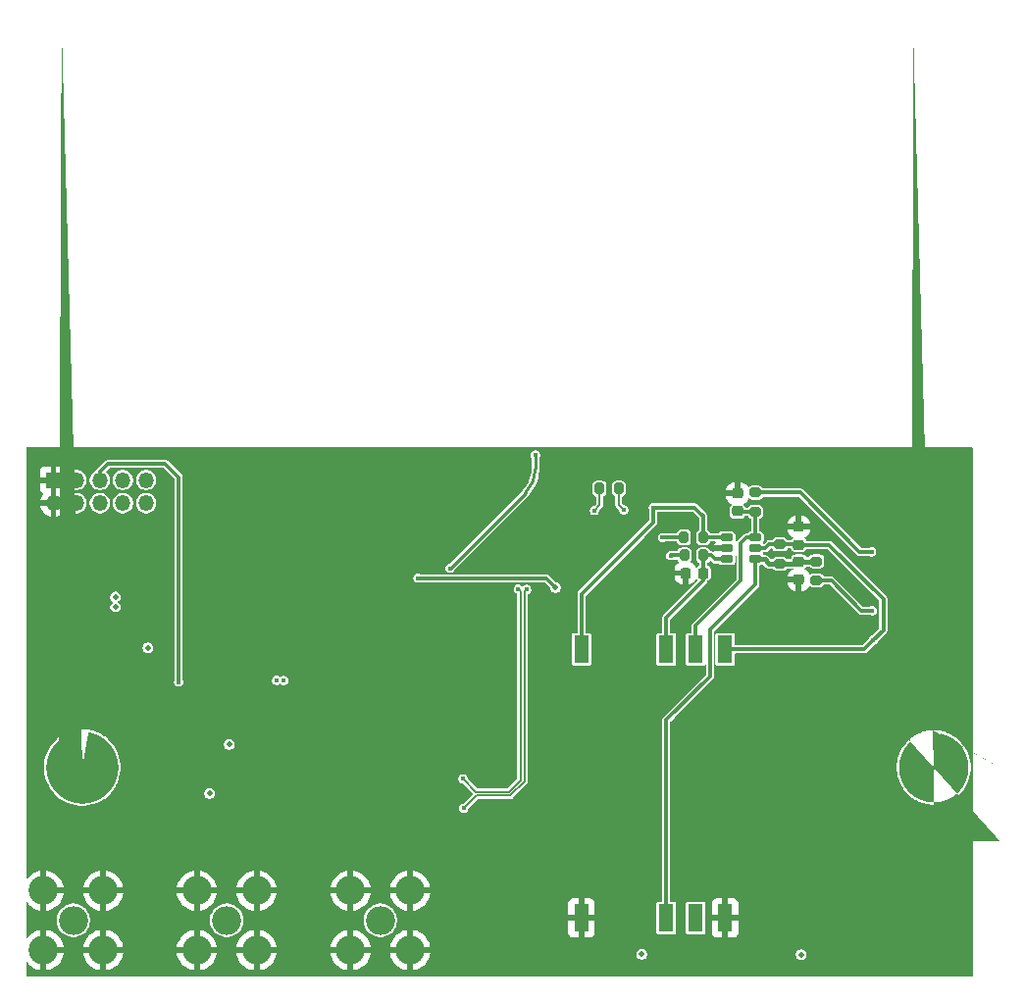
<source format=gbl>
G04 #@! TF.GenerationSoftware,KiCad,Pcbnew,9.0.0*
G04 #@! TF.CreationDate,2025-09-02T12:19:59+03:00*
G04 #@! TF.ProjectId,GSM_SMA_V1.0,47534d5f-534d-4415-9f56-312e302e6b69,rev?*
G04 #@! TF.SameCoordinates,Original*
G04 #@! TF.FileFunction,Copper,L4,Bot*
G04 #@! TF.FilePolarity,Positive*
%FSLAX46Y46*%
G04 Gerber Fmt 4.6, Leading zero omitted, Abs format (unit mm)*
G04 Created by KiCad (PCBNEW 9.0.0) date 2025-09-02 12:19:59*
%MOMM*%
%LPD*%
G01*
G04 APERTURE LIST*
G04 Aperture macros list*
%AMRoundRect*
0 Rectangle with rounded corners*
0 $1 Rounding radius*
0 $2 $3 $4 $5 $6 $7 $8 $9 X,Y pos of 4 corners*
0 Add a 4 corners polygon primitive as box body*
4,1,4,$2,$3,$4,$5,$6,$7,$8,$9,$2,$3,0*
0 Add four circle primitives for the rounded corners*
1,1,$1+$1,$2,$3*
1,1,$1+$1,$4,$5*
1,1,$1+$1,$6,$7*
1,1,$1+$1,$8,$9*
0 Add four rect primitives between the rounded corners*
20,1,$1+$1,$2,$3,$4,$5,0*
20,1,$1+$1,$4,$5,$6,$7,0*
20,1,$1+$1,$6,$7,$8,$9,0*
20,1,$1+$1,$8,$9,$2,$3,0*%
%AMFreePoly0*
4,1,57,0.519269,3.056200,0.858190,2.978844,1.186319,2.864027,1.499529,2.713193,1.793881,2.528239,2.065674,2.311491,2.311491,2.065674,2.528239,1.793881,2.713193,1.499529,2.864027,1.186319,2.978844,0.858190,3.056200,0.519269,3.095123,0.173818,3.095123,-0.173818,3.056200,-0.519269,2.978844,-0.858190,2.864027,-1.186319,2.713193,-1.499529,2.528239,-1.793881,2.311491,-2.065674,
2.065674,-2.311491,1.793881,-2.528239,1.499529,-2.713193,1.186319,-2.864027,0.858190,-2.978844,0.519269,-3.056200,0.173818,-3.095123,-0.173818,-3.095123,-0.519269,-3.056200,-0.858190,-2.978844,-1.186319,-2.864027,-1.499529,-2.713193,-1.793881,-2.528239,-2.065674,-2.311491,-2.311491,-2.065674,-2.528239,-1.793881,-2.713193,-1.499529,-2.864027,-1.186319,-2.978844,-0.858190,-3.056200,-0.519269,
-3.095123,-0.173818,-3.095123,0.173818,-3.056200,0.519269,-2.978844,0.858190,-2.864027,1.186319,-2.713193,1.499529,-2.528239,1.793881,-2.311491,2.065674,-2.065674,2.311491,-1.793881,2.528239,-1.499529,2.713193,-1.186319,2.864027,-0.858190,2.978844,-0.519269,3.056200,-0.173818,3.095123,0.173818,3.095123,0.519269,3.056200,0.519269,3.056200,$1*%
%AMFreePoly1*
4,1,57,0.502519,2.957613,0.830507,2.882752,1.148050,2.771639,1.451157,2.625670,1.736014,2.446683,1.999040,2.236926,2.236926,1.999040,2.446683,1.736014,2.625670,1.451157,2.771639,1.148050,2.882752,0.830507,2.957613,0.502519,2.995280,0.168211,2.995280,-0.168211,2.957613,-0.502519,2.882752,-0.830507,2.771639,-1.148050,2.625670,-1.451157,2.446683,-1.736014,2.236926,-1.999040,
1.999040,-2.236926,1.736014,-2.446683,1.451157,-2.625670,1.148050,-2.771639,0.830507,-2.882752,0.502519,-2.957613,0.168211,-2.995280,-0.168211,-2.995280,-0.502519,-2.957613,-0.830507,-2.882752,-1.148050,-2.771639,-1.451157,-2.625670,-1.736014,-2.446683,-1.999040,-2.236926,-2.236926,-1.999040,-2.446683,-1.736014,-2.625670,-1.451157,-2.771639,-1.148050,-2.882752,-0.830507,-2.957613,-0.502519,
-2.995280,-0.168211,-2.995280,0.168211,-2.957613,0.502519,-2.882752,0.830507,-2.771639,1.148050,-2.625670,1.451157,-2.446683,1.736014,-2.236926,1.999040,-1.999040,2.236926,-1.736014,2.446683,-1.451157,2.625670,-1.148050,2.771639,-0.830507,2.882752,-0.502519,2.957613,-0.168211,2.995280,0.168211,2.995280,0.502519,2.957613,0.502519,2.957613,$1*%
G04 Aperture macros list end*
G04 #@! TA.AperFunction,WasherPad*
%ADD10FreePoly0,270.000000*%
G04 #@! TD*
G04 #@! TA.AperFunction,ComponentPad*
%ADD11O,2.500000X2.500000*%
G04 #@! TD*
G04 #@! TA.AperFunction,WasherPad*
%ADD12FreePoly1,270.000000*%
G04 #@! TD*
G04 #@! TA.AperFunction,SMDPad,CuDef*
%ADD13RoundRect,0.225000X-0.250000X0.225000X-0.250000X-0.225000X0.250000X-0.225000X0.250000X0.225000X0*%
G04 #@! TD*
G04 #@! TA.AperFunction,SMDPad,CuDef*
%ADD14RoundRect,0.200000X-0.275000X0.200000X-0.275000X-0.200000X0.275000X-0.200000X0.275000X0.200000X0*%
G04 #@! TD*
G04 #@! TA.AperFunction,SMDPad,CuDef*
%ADD15RoundRect,0.225000X0.225000X0.250000X-0.225000X0.250000X-0.225000X-0.250000X0.225000X-0.250000X0*%
G04 #@! TD*
G04 #@! TA.AperFunction,SMDPad,CuDef*
%ADD16RoundRect,0.130435X-0.419565X0.169565X-0.419565X-0.169565X0.419565X-0.169565X0.419565X0.169565X0*%
G04 #@! TD*
G04 #@! TA.AperFunction,SMDPad,CuDef*
%ADD17RoundRect,0.200000X-0.200000X-0.275000X0.200000X-0.275000X0.200000X0.275000X-0.200000X0.275000X0*%
G04 #@! TD*
G04 #@! TA.AperFunction,SMDPad,CuDef*
%ADD18RoundRect,0.200000X0.200000X0.275000X-0.200000X0.275000X-0.200000X-0.275000X0.200000X-0.275000X0*%
G04 #@! TD*
G04 #@! TA.AperFunction,SMDPad,CuDef*
%ADD19RoundRect,0.225000X0.250000X-0.225000X0.250000X0.225000X-0.250000X0.225000X-0.250000X-0.225000X0*%
G04 #@! TD*
G04 #@! TA.AperFunction,ComponentPad*
%ADD20R,1.350000X1.350000*%
G04 #@! TD*
G04 #@! TA.AperFunction,ComponentPad*
%ADD21O,1.350000X1.350000*%
G04 #@! TD*
G04 #@! TA.AperFunction,SMDPad,CuDef*
%ADD22R,1.300000X2.400000*%
G04 #@! TD*
G04 #@! TA.AperFunction,SMDPad,CuDef*
%ADD23RoundRect,0.200000X0.275000X-0.200000X0.275000X0.200000X-0.275000X0.200000X-0.275000X-0.200000X0*%
G04 #@! TD*
G04 #@! TA.AperFunction,ViaPad*
%ADD24C,0.400000*%
G04 #@! TD*
G04 #@! TA.AperFunction,ViaPad*
%ADD25C,0.508000*%
G04 #@! TD*
G04 #@! TA.AperFunction,ViaPad*
%ADD26C,0.500000*%
G04 #@! TD*
G04 #@! TA.AperFunction,Conductor*
%ADD27C,0.300000*%
G04 #@! TD*
G04 #@! TA.AperFunction,Conductor*
%ADD28C,0.350000*%
G04 #@! TD*
G04 #@! TA.AperFunction,Conductor*
%ADD29C,0.400000*%
G04 #@! TD*
G04 #@! TA.AperFunction,Conductor*
%ADD30C,0.254000*%
G04 #@! TD*
G04 #@! TA.AperFunction,Conductor*
%ADD31C,0.200000*%
G04 #@! TD*
G04 APERTURE END LIST*
D10*
X80130000Y-103490000D03*
D11*
X105860000Y-116690000D03*
X103285000Y-114115000D03*
X108435000Y-114115000D03*
X108435000Y-119265000D03*
X103285000Y-119265000D03*
D12*
X153630000Y-103490000D03*
D11*
X92610000Y-116690000D03*
X90035000Y-114115000D03*
X95185000Y-114115000D03*
X95185000Y-119265000D03*
X90035000Y-119265000D03*
X79360000Y-116690000D03*
X76785000Y-114115000D03*
X81935000Y-114115000D03*
X81935000Y-119265000D03*
X76785000Y-119265000D03*
D13*
X141990000Y-85745000D03*
X141990000Y-87295000D03*
D14*
X138245000Y-79760000D03*
X138245000Y-81410000D03*
D15*
X133755000Y-86710000D03*
X132205000Y-86710000D03*
D16*
X135750000Y-85515000D03*
X135750000Y-84565000D03*
X135750000Y-83615000D03*
X138250000Y-83615000D03*
X138250000Y-84565000D03*
X138250000Y-85515000D03*
D17*
X124795000Y-79420000D03*
X126445000Y-79420000D03*
D18*
X133725000Y-83630000D03*
X132075000Y-83630000D03*
D19*
X136695000Y-81370000D03*
X136695000Y-79820000D03*
D20*
X77650000Y-78670000D03*
D21*
X77650000Y-80670000D03*
X79650000Y-78670000D03*
X79650000Y-80670000D03*
X81650000Y-78670000D03*
X81650000Y-80670000D03*
X83650000Y-78670000D03*
X83650000Y-80670000D03*
X85650000Y-78670000D03*
X85650000Y-80670000D03*
D17*
X132105000Y-85180000D03*
X133755000Y-85180000D03*
D14*
X140370000Y-84240000D03*
X140370000Y-85890000D03*
D22*
X135620000Y-116490000D03*
X133080000Y-116490000D03*
X130540000Y-116490000D03*
X130540000Y-93290000D03*
X133080000Y-93290000D03*
X135620000Y-93290000D03*
X123220000Y-116490000D03*
X123220000Y-93290000D03*
D19*
X141990000Y-84270000D03*
X141990000Y-82720000D03*
D23*
X143510000Y-87345000D03*
X143510000Y-85695000D03*
D24*
X99910000Y-84640000D03*
X134770000Y-84570000D03*
D25*
X128430000Y-119620000D03*
X91120000Y-105740000D03*
X92810000Y-101520000D03*
X83010000Y-89640000D03*
X142190000Y-119650000D03*
X83000000Y-88770000D03*
D24*
X148400000Y-92500000D03*
X119250000Y-76510000D03*
X111875000Y-86295000D03*
X109110000Y-87150000D03*
D25*
X120995000Y-87965000D03*
D24*
X118490000Y-88120000D03*
X113060000Y-107010000D03*
X88460000Y-96120000D03*
X117770000Y-88090000D03*
X112990000Y-104470000D03*
D26*
X85790000Y-93160000D03*
D24*
X97520000Y-95980000D03*
X96910000Y-95970000D03*
X124340000Y-81310000D03*
X126880000Y-81250000D03*
X148270000Y-84880000D03*
X130910000Y-85200000D03*
X130220000Y-83630000D03*
X129430000Y-81040000D03*
X148330000Y-89960000D03*
D27*
X135750000Y-84565000D02*
X134775000Y-84565000D01*
X134775000Y-84565000D02*
X134770000Y-84570000D01*
X140370000Y-84240000D02*
X141960000Y-84240000D01*
X139420000Y-84240000D02*
X140370000Y-84240000D01*
X139095000Y-84565000D02*
X139420000Y-84240000D01*
X149280000Y-91620000D02*
X148400000Y-92500000D01*
X141960000Y-84240000D02*
X141990000Y-84270000D01*
X147610000Y-93290000D02*
X148400000Y-92500000D01*
X138250000Y-84565000D02*
X139095000Y-84565000D01*
X149280000Y-88930000D02*
X149280000Y-91620000D01*
X144620000Y-84270000D02*
X149280000Y-88930000D01*
X141990000Y-84270000D02*
X144620000Y-84270000D01*
X135620000Y-93290000D02*
X147610000Y-93290000D01*
X133755000Y-87355000D02*
X133755000Y-86710000D01*
X130540000Y-90570000D02*
X133755000Y-87355000D01*
X130540000Y-93290000D02*
X130540000Y-90570000D01*
X133755000Y-86710000D02*
X133755000Y-85180000D01*
X133755000Y-85180000D02*
X134420000Y-85180000D01*
X134755000Y-85515000D02*
X135750000Y-85515000D01*
X134420000Y-85180000D02*
X134755000Y-85515000D01*
X138245000Y-81410000D02*
X136735000Y-81410000D01*
D28*
X136735000Y-81410000D02*
X136695000Y-81370000D01*
D27*
X133080000Y-91280000D02*
X137000000Y-87360000D01*
X133080000Y-93290000D02*
X133080000Y-91280000D01*
X137000000Y-87360000D02*
X137000000Y-84110000D01*
X137495000Y-83615000D02*
X138250000Y-83615000D01*
X138245000Y-83610000D02*
X138250000Y-83615000D01*
X138245000Y-81410000D02*
X138245000Y-83610000D01*
X137000000Y-84110000D02*
X137495000Y-83615000D01*
D29*
X138250000Y-85515000D02*
X139035000Y-85515000D01*
D27*
X134320000Y-95620000D02*
X134320000Y-91580000D01*
X130540000Y-99400000D02*
X134320000Y-95620000D01*
X138250000Y-87650000D02*
X138250000Y-85515000D01*
D29*
X140370000Y-85890000D02*
X141845000Y-85890000D01*
D27*
X130540000Y-116490000D02*
X130540000Y-99400000D01*
D29*
X143460000Y-85745000D02*
X143510000Y-85695000D01*
X139035000Y-85515000D02*
X139410000Y-85890000D01*
X141990000Y-85745000D02*
X143460000Y-85745000D01*
D27*
X134320000Y-91580000D02*
X138250000Y-87650000D01*
D29*
X141845000Y-85890000D02*
X141990000Y-85745000D01*
X139410000Y-85890000D02*
X140370000Y-85890000D01*
D30*
X119250000Y-77715000D02*
X119250000Y-76510000D01*
X118397936Y-79772063D02*
X111875000Y-86295000D01*
X119250000Y-77715000D02*
G75*
G02*
X118397931Y-79772058I-2909100J0D01*
G01*
D27*
X109110000Y-87150000D02*
X109131000Y-87171000D01*
X120201000Y-87171000D02*
X120995000Y-87965000D01*
X109131000Y-87171000D02*
X120201000Y-87171000D01*
D31*
X118300000Y-88500000D02*
X118300000Y-88310000D01*
X114152000Y-105918000D02*
X113060000Y-107010000D01*
X118300000Y-88310000D02*
X118490000Y-88120000D01*
X118300000Y-88500000D02*
X118300000Y-104720000D01*
X117102000Y-105918000D02*
X114152000Y-105918000D01*
X118300000Y-104720000D02*
X117102000Y-105918000D01*
D27*
X82370000Y-77260000D02*
X87290000Y-77260000D01*
X88460000Y-78430000D02*
X88460000Y-96120000D01*
X81650000Y-77980000D02*
X82370000Y-77260000D01*
X81650000Y-78670000D02*
X81650000Y-77980000D01*
X87290000Y-77260000D02*
X88460000Y-78430000D01*
D31*
X114110000Y-105590000D02*
X116966138Y-105590000D01*
X112990000Y-104470000D02*
X114110000Y-105590000D01*
X117972000Y-88292000D02*
X117770000Y-88090000D01*
X117972000Y-104584138D02*
X117972000Y-88292000D01*
X116966138Y-105590000D02*
X117972000Y-104584138D01*
X124795000Y-80855000D02*
X124340000Y-81310000D01*
X124795000Y-79420000D02*
X124795000Y-80855000D01*
X126445000Y-79420000D02*
X126445000Y-80815000D01*
X126445000Y-80815000D02*
X126880000Y-81250000D01*
D27*
X142120000Y-79760000D02*
X147240000Y-84880000D01*
X138245000Y-79760000D02*
X142120000Y-79760000D01*
X147240000Y-84880000D02*
X148270000Y-84880000D01*
X132105000Y-85180000D02*
X130930000Y-85180000D01*
X130930000Y-85180000D02*
X130910000Y-85200000D01*
X130220000Y-83630000D02*
X132075000Y-83630000D01*
X123220000Y-88530000D02*
X129430000Y-82320000D01*
X135735000Y-83630000D02*
X135750000Y-83615000D01*
X132980000Y-81040000D02*
X129430000Y-81040000D01*
X133725000Y-81785000D02*
X133510000Y-81570000D01*
X123220000Y-93290000D02*
X123220000Y-88530000D01*
X133725000Y-83630000D02*
X135735000Y-83630000D01*
X133510000Y-81570000D02*
X132980000Y-81040000D01*
X133725000Y-83630000D02*
X133725000Y-81785000D01*
X129430000Y-82320000D02*
X129430000Y-81040000D01*
X144795000Y-87345000D02*
X147410000Y-89960000D01*
X147410000Y-89960000D02*
X148330000Y-89960000D01*
X143510000Y-87345000D02*
X144795000Y-87345000D01*
G04 #@! TA.AperFunction,Conductor*
G36*
X77900000Y-80354314D02*
G01*
X77895606Y-80349920D01*
X77804394Y-80297259D01*
X77702661Y-80270000D01*
X77597339Y-80270000D01*
X77495606Y-80297259D01*
X77404394Y-80349920D01*
X77400000Y-80354314D01*
X77400000Y-78985686D01*
X77404394Y-78990080D01*
X77495606Y-79042741D01*
X77597339Y-79070000D01*
X77702661Y-79070000D01*
X77804394Y-79042741D01*
X77895606Y-78990080D01*
X77900000Y-78985686D01*
X77900000Y-80354314D01*
G37*
G04 #@! TD.AperFunction*
G04 #@! TA.AperFunction,Conductor*
G36*
X156975148Y-75854852D02*
G01*
X156989500Y-75889500D01*
X156989500Y-121490500D01*
X156975148Y-121525148D01*
X156940500Y-121539500D01*
X75339500Y-121539500D01*
X75304852Y-121525148D01*
X75290500Y-121490500D01*
X75290500Y-120336369D01*
X75304852Y-120301721D01*
X75339500Y-120287369D01*
X75374148Y-120301721D01*
X75378374Y-120306540D01*
X75466452Y-120421325D01*
X75466462Y-120421337D01*
X75628662Y-120583537D01*
X75628674Y-120583547D01*
X75810653Y-120723185D01*
X75810668Y-120723195D01*
X76009333Y-120837894D01*
X76009332Y-120837894D01*
X76221272Y-120925682D01*
X76221278Y-120925684D01*
X76442847Y-120985054D01*
X76535000Y-120997187D01*
X76535000Y-119973240D01*
X76566233Y-119986178D01*
X76711131Y-120015000D01*
X76858869Y-120015000D01*
X77003767Y-119986178D01*
X77035000Y-119973240D01*
X77035000Y-120997186D01*
X77127152Y-120985054D01*
X77348721Y-120925684D01*
X77348727Y-120925682D01*
X77560667Y-120837894D01*
X77759331Y-120723195D01*
X77759346Y-120723185D01*
X77941325Y-120583547D01*
X77941337Y-120583537D01*
X78103537Y-120421337D01*
X78103547Y-120421325D01*
X78243185Y-120239346D01*
X78243195Y-120239331D01*
X78357894Y-120040667D01*
X78445682Y-119828727D01*
X78445684Y-119828721D01*
X78505054Y-119607152D01*
X78517188Y-119515000D01*
X77493241Y-119515000D01*
X77506178Y-119483767D01*
X77535000Y-119338869D01*
X77535000Y-119191131D01*
X77506178Y-119046233D01*
X77493241Y-119015000D01*
X78517187Y-119015000D01*
X80202812Y-119015000D01*
X81226759Y-119015000D01*
X81213822Y-119046233D01*
X81185000Y-119191131D01*
X81185000Y-119338869D01*
X81213822Y-119483767D01*
X81226759Y-119515000D01*
X80202812Y-119515000D01*
X80214945Y-119607152D01*
X80274315Y-119828721D01*
X80274317Y-119828727D01*
X80362105Y-120040667D01*
X80476804Y-120239331D01*
X80476814Y-120239346D01*
X80616452Y-120421325D01*
X80616462Y-120421337D01*
X80778662Y-120583537D01*
X80778674Y-120583547D01*
X80960653Y-120723185D01*
X80960668Y-120723195D01*
X81159333Y-120837894D01*
X81159332Y-120837894D01*
X81371272Y-120925682D01*
X81371278Y-120925684D01*
X81592847Y-120985054D01*
X81685000Y-120997187D01*
X81685000Y-119973240D01*
X81716233Y-119986178D01*
X81861131Y-120015000D01*
X82008869Y-120015000D01*
X82153767Y-119986178D01*
X82185000Y-119973240D01*
X82185000Y-120997186D01*
X82277152Y-120985054D01*
X82498721Y-120925684D01*
X82498727Y-120925682D01*
X82710667Y-120837894D01*
X82909331Y-120723195D01*
X82909346Y-120723185D01*
X83091325Y-120583547D01*
X83091337Y-120583537D01*
X83253537Y-120421337D01*
X83253547Y-120421325D01*
X83393185Y-120239346D01*
X83393195Y-120239331D01*
X83507894Y-120040667D01*
X83595682Y-119828727D01*
X83595684Y-119828721D01*
X83655054Y-119607152D01*
X83667188Y-119515000D01*
X82643241Y-119515000D01*
X82656178Y-119483767D01*
X82685000Y-119338869D01*
X82685000Y-119191131D01*
X82656178Y-119046233D01*
X82643241Y-119015000D01*
X83667187Y-119015000D01*
X88302812Y-119015000D01*
X89326759Y-119015000D01*
X89313822Y-119046233D01*
X89285000Y-119191131D01*
X89285000Y-119338869D01*
X89313822Y-119483767D01*
X89326759Y-119515000D01*
X88302812Y-119515000D01*
X88314945Y-119607152D01*
X88374315Y-119828721D01*
X88374317Y-119828727D01*
X88462105Y-120040667D01*
X88576804Y-120239331D01*
X88576814Y-120239346D01*
X88716452Y-120421325D01*
X88716462Y-120421337D01*
X88878662Y-120583537D01*
X88878674Y-120583547D01*
X89060653Y-120723185D01*
X89060668Y-120723195D01*
X89259333Y-120837894D01*
X89259332Y-120837894D01*
X89471272Y-120925682D01*
X89471278Y-120925684D01*
X89692847Y-120985054D01*
X89785000Y-120997187D01*
X89785000Y-119973240D01*
X89816233Y-119986178D01*
X89961131Y-120015000D01*
X90108869Y-120015000D01*
X90253767Y-119986178D01*
X90285000Y-119973240D01*
X90285000Y-120997186D01*
X90377152Y-120985054D01*
X90598721Y-120925684D01*
X90598727Y-120925682D01*
X90810667Y-120837894D01*
X91009331Y-120723195D01*
X91009346Y-120723185D01*
X91191325Y-120583547D01*
X91191337Y-120583537D01*
X91353537Y-120421337D01*
X91353547Y-120421325D01*
X91493185Y-120239346D01*
X91493195Y-120239331D01*
X91607894Y-120040667D01*
X91695682Y-119828727D01*
X91695684Y-119828721D01*
X91755054Y-119607152D01*
X91767188Y-119515000D01*
X90743241Y-119515000D01*
X90756178Y-119483767D01*
X90785000Y-119338869D01*
X90785000Y-119191131D01*
X90756178Y-119046233D01*
X90743241Y-119015000D01*
X91767187Y-119015000D01*
X93452812Y-119015000D01*
X94476759Y-119015000D01*
X94463822Y-119046233D01*
X94435000Y-119191131D01*
X94435000Y-119338869D01*
X94463822Y-119483767D01*
X94476759Y-119515000D01*
X93452812Y-119515000D01*
X93464945Y-119607152D01*
X93524315Y-119828721D01*
X93524317Y-119828727D01*
X93612105Y-120040667D01*
X93726804Y-120239331D01*
X93726814Y-120239346D01*
X93866452Y-120421325D01*
X93866462Y-120421337D01*
X94028662Y-120583537D01*
X94028674Y-120583547D01*
X94210653Y-120723185D01*
X94210668Y-120723195D01*
X94409333Y-120837894D01*
X94409332Y-120837894D01*
X94621272Y-120925682D01*
X94621278Y-120925684D01*
X94842847Y-120985054D01*
X94935000Y-120997187D01*
X94935000Y-119973240D01*
X94966233Y-119986178D01*
X95111131Y-120015000D01*
X95258869Y-120015000D01*
X95403767Y-119986178D01*
X95435000Y-119973240D01*
X95435000Y-120997186D01*
X95527152Y-120985054D01*
X95748721Y-120925684D01*
X95748727Y-120925682D01*
X95960667Y-120837894D01*
X96159331Y-120723195D01*
X96159346Y-120723185D01*
X96341325Y-120583547D01*
X96341337Y-120583537D01*
X96503537Y-120421337D01*
X96503547Y-120421325D01*
X96643185Y-120239346D01*
X96643195Y-120239331D01*
X96757894Y-120040667D01*
X96845682Y-119828727D01*
X96845684Y-119828721D01*
X96905054Y-119607152D01*
X96917188Y-119515000D01*
X95893241Y-119515000D01*
X95906178Y-119483767D01*
X95935000Y-119338869D01*
X95935000Y-119191131D01*
X95906178Y-119046233D01*
X95893241Y-119015000D01*
X96917187Y-119015000D01*
X101552812Y-119015000D01*
X102576759Y-119015000D01*
X102563822Y-119046233D01*
X102535000Y-119191131D01*
X102535000Y-119338869D01*
X102563822Y-119483767D01*
X102576759Y-119515000D01*
X101552812Y-119515000D01*
X101564945Y-119607152D01*
X101624315Y-119828721D01*
X101624317Y-119828727D01*
X101712105Y-120040667D01*
X101826804Y-120239331D01*
X101826814Y-120239346D01*
X101966452Y-120421325D01*
X101966462Y-120421337D01*
X102128662Y-120583537D01*
X102128674Y-120583547D01*
X102310653Y-120723185D01*
X102310668Y-120723195D01*
X102509333Y-120837894D01*
X102509332Y-120837894D01*
X102721272Y-120925682D01*
X102721278Y-120925684D01*
X102942847Y-120985054D01*
X103035000Y-120997187D01*
X103035000Y-119973240D01*
X103066233Y-119986178D01*
X103211131Y-120015000D01*
X103358869Y-120015000D01*
X103503767Y-119986178D01*
X103535000Y-119973240D01*
X103535000Y-120997186D01*
X103627152Y-120985054D01*
X103848721Y-120925684D01*
X103848727Y-120925682D01*
X104060667Y-120837894D01*
X104259331Y-120723195D01*
X104259346Y-120723185D01*
X104441325Y-120583547D01*
X104441337Y-120583537D01*
X104603537Y-120421337D01*
X104603547Y-120421325D01*
X104743185Y-120239346D01*
X104743195Y-120239331D01*
X104857894Y-120040667D01*
X104945682Y-119828727D01*
X104945684Y-119828721D01*
X105005054Y-119607152D01*
X105017188Y-119515000D01*
X103993241Y-119515000D01*
X104006178Y-119483767D01*
X104035000Y-119338869D01*
X104035000Y-119191131D01*
X104006178Y-119046233D01*
X103993241Y-119015000D01*
X105017187Y-119015000D01*
X106702812Y-119015000D01*
X107726759Y-119015000D01*
X107713822Y-119046233D01*
X107685000Y-119191131D01*
X107685000Y-119338869D01*
X107713822Y-119483767D01*
X107726759Y-119515000D01*
X106702812Y-119515000D01*
X106714945Y-119607152D01*
X106774315Y-119828721D01*
X106774317Y-119828727D01*
X106862105Y-120040667D01*
X106976804Y-120239331D01*
X106976814Y-120239346D01*
X107116452Y-120421325D01*
X107116462Y-120421337D01*
X107278662Y-120583537D01*
X107278674Y-120583547D01*
X107460653Y-120723185D01*
X107460668Y-120723195D01*
X107659333Y-120837894D01*
X107659332Y-120837894D01*
X107871272Y-120925682D01*
X107871278Y-120925684D01*
X108092847Y-120985054D01*
X108185000Y-120997187D01*
X108185000Y-119973240D01*
X108216233Y-119986178D01*
X108361131Y-120015000D01*
X108508869Y-120015000D01*
X108653767Y-119986178D01*
X108685000Y-119973240D01*
X108685000Y-120997186D01*
X108777152Y-120985054D01*
X108998721Y-120925684D01*
X108998727Y-120925682D01*
X109210667Y-120837894D01*
X109409331Y-120723195D01*
X109409346Y-120723185D01*
X109591325Y-120583547D01*
X109591337Y-120583537D01*
X109753537Y-120421337D01*
X109753547Y-120421325D01*
X109893185Y-120239346D01*
X109893195Y-120239331D01*
X110007894Y-120040667D01*
X110095682Y-119828727D01*
X110095684Y-119828721D01*
X110155054Y-119607152D01*
X110161241Y-119560160D01*
X127975500Y-119560160D01*
X127975500Y-119679839D01*
X128006472Y-119795430D01*
X128006473Y-119795433D01*
X128025696Y-119828727D01*
X128066309Y-119899070D01*
X128150930Y-119983691D01*
X128155238Y-119986178D01*
X128254566Y-120043526D01*
X128254569Y-120043527D01*
X128370160Y-120074499D01*
X128370161Y-120074500D01*
X128370164Y-120074500D01*
X128489839Y-120074500D01*
X128489839Y-120074499D01*
X128605431Y-120043527D01*
X128709070Y-119983691D01*
X128793691Y-119899070D01*
X128853527Y-119795431D01*
X128884499Y-119679839D01*
X128884500Y-119679839D01*
X128884500Y-119590160D01*
X141735500Y-119590160D01*
X141735500Y-119709839D01*
X141766472Y-119825430D01*
X141766473Y-119825433D01*
X141808988Y-119899070D01*
X141826309Y-119929070D01*
X141910930Y-120013691D01*
X141948862Y-120035591D01*
X142014566Y-120073526D01*
X142014569Y-120073527D01*
X142130160Y-120104499D01*
X142130161Y-120104500D01*
X142130164Y-120104500D01*
X142249839Y-120104500D01*
X142249839Y-120104499D01*
X142365431Y-120073527D01*
X142469070Y-120013691D01*
X142553691Y-119929070D01*
X142613527Y-119825431D01*
X142644499Y-119709839D01*
X142644500Y-119709839D01*
X142644500Y-119590161D01*
X142644499Y-119590160D01*
X142613527Y-119474569D01*
X142613526Y-119474566D01*
X142553690Y-119370929D01*
X142469070Y-119286309D01*
X142365433Y-119226473D01*
X142365430Y-119226472D01*
X142249839Y-119195500D01*
X142249836Y-119195500D01*
X142130164Y-119195500D01*
X142130161Y-119195500D01*
X142014569Y-119226472D01*
X142014566Y-119226473D01*
X141910929Y-119286309D01*
X141910929Y-119286310D01*
X141826310Y-119370929D01*
X141826309Y-119370929D01*
X141766473Y-119474566D01*
X141766472Y-119474569D01*
X141735500Y-119590160D01*
X128884500Y-119590160D01*
X128884500Y-119560161D01*
X128884499Y-119560160D01*
X128853527Y-119444569D01*
X128853526Y-119444566D01*
X128815591Y-119378862D01*
X128793691Y-119340930D01*
X128709070Y-119256309D01*
X128605433Y-119196473D01*
X128605430Y-119196472D01*
X128489839Y-119165500D01*
X128489836Y-119165500D01*
X128370164Y-119165500D01*
X128370161Y-119165500D01*
X128254569Y-119196472D01*
X128254566Y-119196473D01*
X128150929Y-119256309D01*
X128150929Y-119256310D01*
X128066310Y-119340929D01*
X128066309Y-119340929D01*
X128006473Y-119444566D01*
X128006472Y-119444569D01*
X127975500Y-119560160D01*
X110161241Y-119560160D01*
X110162506Y-119550556D01*
X110162506Y-119550555D01*
X110167188Y-119515000D01*
X109143241Y-119515000D01*
X109156178Y-119483767D01*
X109185000Y-119338869D01*
X109185000Y-119191131D01*
X109156178Y-119046233D01*
X109143241Y-119015000D01*
X110167187Y-119015000D01*
X110155054Y-118922847D01*
X110095684Y-118701278D01*
X110095682Y-118701272D01*
X110007894Y-118489332D01*
X109893195Y-118290668D01*
X109893185Y-118290653D01*
X109753547Y-118108674D01*
X109753537Y-118108662D01*
X109591337Y-117946462D01*
X109591325Y-117946452D01*
X109409346Y-117806814D01*
X109409331Y-117806804D01*
X109289871Y-117737834D01*
X122070000Y-117737834D01*
X122076401Y-117797372D01*
X122076401Y-117797373D01*
X122126648Y-117932091D01*
X122212811Y-118047188D01*
X122327908Y-118133351D01*
X122462626Y-118183598D01*
X122522166Y-118190000D01*
X122970000Y-118190000D01*
X123470000Y-118190000D01*
X123917834Y-118190000D01*
X123977372Y-118183598D01*
X123977373Y-118183598D01*
X124112091Y-118133351D01*
X124227188Y-118047188D01*
X124313351Y-117932091D01*
X124363598Y-117797373D01*
X124363598Y-117797372D01*
X124370000Y-117737834D01*
X124370000Y-116740000D01*
X123470000Y-116740000D01*
X123470000Y-118190000D01*
X122970000Y-118190000D01*
X122970000Y-116740000D01*
X122070000Y-116740000D01*
X122070000Y-117737834D01*
X109289871Y-117737834D01*
X109210666Y-117692105D01*
X109210667Y-117692105D01*
X108998727Y-117604317D01*
X108998721Y-117604315D01*
X108777152Y-117544945D01*
X108685000Y-117532812D01*
X108685000Y-118556759D01*
X108653767Y-118543822D01*
X108508869Y-118515000D01*
X108361131Y-118515000D01*
X108216233Y-118543822D01*
X108185000Y-118556759D01*
X108185000Y-117532812D01*
X108092847Y-117544945D01*
X107871278Y-117604315D01*
X107871272Y-117604317D01*
X107659332Y-117692105D01*
X107460668Y-117806804D01*
X107460653Y-117806814D01*
X107278674Y-117946452D01*
X107278662Y-117946462D01*
X107116462Y-118108662D01*
X107116452Y-118108674D01*
X106976814Y-118290653D01*
X106976804Y-118290668D01*
X106862105Y-118489332D01*
X106774317Y-118701272D01*
X106774315Y-118701278D01*
X106714945Y-118922847D01*
X106702812Y-119015000D01*
X105017187Y-119015000D01*
X105005054Y-118922847D01*
X104945684Y-118701278D01*
X104945682Y-118701272D01*
X104857894Y-118489332D01*
X104743195Y-118290668D01*
X104743185Y-118290653D01*
X104603547Y-118108674D01*
X104603537Y-118108662D01*
X104441337Y-117946462D01*
X104441325Y-117946452D01*
X104259346Y-117806814D01*
X104259331Y-117806804D01*
X104060666Y-117692105D01*
X104060667Y-117692105D01*
X103848727Y-117604317D01*
X103848721Y-117604315D01*
X103627152Y-117544945D01*
X103535000Y-117532812D01*
X103535000Y-118556759D01*
X103503767Y-118543822D01*
X103358869Y-118515000D01*
X103211131Y-118515000D01*
X103066233Y-118543822D01*
X103035000Y-118556759D01*
X103035000Y-117532812D01*
X102942847Y-117544945D01*
X102721278Y-117604315D01*
X102721272Y-117604317D01*
X102509332Y-117692105D01*
X102310668Y-117806804D01*
X102310653Y-117806814D01*
X102128674Y-117946452D01*
X102128662Y-117946462D01*
X101966462Y-118108662D01*
X101966452Y-118108674D01*
X101826814Y-118290653D01*
X101826804Y-118290668D01*
X101712105Y-118489332D01*
X101624317Y-118701272D01*
X101624315Y-118701278D01*
X101564945Y-118922847D01*
X101552812Y-119015000D01*
X96917187Y-119015000D01*
X96905054Y-118922847D01*
X96845684Y-118701278D01*
X96845682Y-118701272D01*
X96757894Y-118489332D01*
X96643195Y-118290668D01*
X96643185Y-118290653D01*
X96503547Y-118108674D01*
X96503537Y-118108662D01*
X96341337Y-117946462D01*
X96341325Y-117946452D01*
X96159346Y-117806814D01*
X96159331Y-117806804D01*
X95960666Y-117692105D01*
X95960667Y-117692105D01*
X95748727Y-117604317D01*
X95748721Y-117604315D01*
X95527152Y-117544945D01*
X95435000Y-117532812D01*
X95435000Y-118556759D01*
X95403767Y-118543822D01*
X95258869Y-118515000D01*
X95111131Y-118515000D01*
X94966233Y-118543822D01*
X94935000Y-118556759D01*
X94935000Y-117532812D01*
X94842847Y-117544945D01*
X94621278Y-117604315D01*
X94621272Y-117604317D01*
X94409332Y-117692105D01*
X94210668Y-117806804D01*
X94210653Y-117806814D01*
X94028674Y-117946452D01*
X94028662Y-117946462D01*
X93866462Y-118108662D01*
X93866452Y-118108674D01*
X93726814Y-118290653D01*
X93726804Y-118290668D01*
X93612105Y-118489332D01*
X93524317Y-118701272D01*
X93524315Y-118701278D01*
X93464945Y-118922847D01*
X93452812Y-119015000D01*
X91767187Y-119015000D01*
X91755054Y-118922847D01*
X91695684Y-118701278D01*
X91695682Y-118701272D01*
X91607894Y-118489332D01*
X91493195Y-118290668D01*
X91493185Y-118290653D01*
X91353547Y-118108674D01*
X91353537Y-118108662D01*
X91191337Y-117946462D01*
X91191325Y-117946452D01*
X91009346Y-117806814D01*
X91009331Y-117806804D01*
X90810666Y-117692105D01*
X90810667Y-117692105D01*
X90598727Y-117604317D01*
X90598721Y-117604315D01*
X90377152Y-117544945D01*
X90285000Y-117532812D01*
X90285000Y-118556759D01*
X90253767Y-118543822D01*
X90108869Y-118515000D01*
X89961131Y-118515000D01*
X89816233Y-118543822D01*
X89785000Y-118556759D01*
X89785000Y-117532812D01*
X89692847Y-117544945D01*
X89471278Y-117604315D01*
X89471272Y-117604317D01*
X89259332Y-117692105D01*
X89060668Y-117806804D01*
X89060653Y-117806814D01*
X88878674Y-117946452D01*
X88878662Y-117946462D01*
X88716462Y-118108662D01*
X88716452Y-118108674D01*
X88576814Y-118290653D01*
X88576804Y-118290668D01*
X88462105Y-118489332D01*
X88374317Y-118701272D01*
X88374315Y-118701278D01*
X88314945Y-118922847D01*
X88302812Y-119015000D01*
X83667187Y-119015000D01*
X83655054Y-118922847D01*
X83595684Y-118701278D01*
X83595682Y-118701272D01*
X83507894Y-118489332D01*
X83393195Y-118290668D01*
X83393185Y-118290653D01*
X83253547Y-118108674D01*
X83253537Y-118108662D01*
X83091337Y-117946462D01*
X83091325Y-117946452D01*
X82909346Y-117806814D01*
X82909331Y-117806804D01*
X82710666Y-117692105D01*
X82710667Y-117692105D01*
X82498727Y-117604317D01*
X82498721Y-117604315D01*
X82277152Y-117544945D01*
X82185000Y-117532812D01*
X82185000Y-118556759D01*
X82153767Y-118543822D01*
X82008869Y-118515000D01*
X81861131Y-118515000D01*
X81716233Y-118543822D01*
X81685000Y-118556759D01*
X81685000Y-117532812D01*
X81592847Y-117544945D01*
X81371278Y-117604315D01*
X81371272Y-117604317D01*
X81159332Y-117692105D01*
X80960668Y-117806804D01*
X80960653Y-117806814D01*
X80778674Y-117946452D01*
X80778662Y-117946462D01*
X80616462Y-118108662D01*
X80616452Y-118108674D01*
X80476814Y-118290653D01*
X80476804Y-118290668D01*
X80362105Y-118489332D01*
X80274317Y-118701272D01*
X80274315Y-118701278D01*
X80214945Y-118922847D01*
X80202812Y-119015000D01*
X78517187Y-119015000D01*
X78505054Y-118922847D01*
X78445684Y-118701278D01*
X78445682Y-118701272D01*
X78357894Y-118489332D01*
X78243195Y-118290668D01*
X78243185Y-118290653D01*
X78103547Y-118108674D01*
X78103537Y-118108662D01*
X77941337Y-117946462D01*
X77941325Y-117946452D01*
X77759346Y-117806814D01*
X77759331Y-117806804D01*
X77560666Y-117692105D01*
X77560667Y-117692105D01*
X77348727Y-117604317D01*
X77348721Y-117604315D01*
X77127152Y-117544945D01*
X77035000Y-117532812D01*
X77035000Y-118556759D01*
X77003767Y-118543822D01*
X76858869Y-118515000D01*
X76711131Y-118515000D01*
X76566233Y-118543822D01*
X76535000Y-118556759D01*
X76535000Y-117532812D01*
X76442847Y-117544945D01*
X76221278Y-117604315D01*
X76221272Y-117604317D01*
X76009332Y-117692105D01*
X75810668Y-117806804D01*
X75810653Y-117806814D01*
X75628674Y-117946452D01*
X75628662Y-117946462D01*
X75466462Y-118108662D01*
X75466452Y-118108674D01*
X75378374Y-118223459D01*
X75345896Y-118242211D01*
X75309671Y-118232504D01*
X75290919Y-118200026D01*
X75290500Y-118193630D01*
X75290500Y-116575843D01*
X77909500Y-116575843D01*
X77909500Y-116804156D01*
X77945215Y-117029657D01*
X77945216Y-117029660D01*
X78015769Y-117246800D01*
X78119417Y-117450221D01*
X78119421Y-117450228D01*
X78253621Y-117634937D01*
X78253623Y-117634939D01*
X78253626Y-117634943D01*
X78415056Y-117796373D01*
X78415059Y-117796375D01*
X78415063Y-117796379D01*
X78599772Y-117930579D01*
X78803201Y-118034231D01*
X79020340Y-118104784D01*
X79245843Y-118140500D01*
X79245844Y-118140500D01*
X79474156Y-118140500D01*
X79474157Y-118140500D01*
X79699660Y-118104784D01*
X79916799Y-118034231D01*
X80120228Y-117930579D01*
X80304937Y-117796379D01*
X80466379Y-117634937D01*
X80600579Y-117450228D01*
X80704231Y-117246799D01*
X80774784Y-117029660D01*
X80810500Y-116804157D01*
X80810500Y-116575843D01*
X91159500Y-116575843D01*
X91159500Y-116804156D01*
X91195215Y-117029657D01*
X91195216Y-117029660D01*
X91265769Y-117246800D01*
X91369417Y-117450221D01*
X91369421Y-117450228D01*
X91503621Y-117634937D01*
X91503623Y-117634939D01*
X91503626Y-117634943D01*
X91665056Y-117796373D01*
X91665059Y-117796375D01*
X91665063Y-117796379D01*
X91849772Y-117930579D01*
X92053201Y-118034231D01*
X92270340Y-118104784D01*
X92495843Y-118140500D01*
X92495844Y-118140500D01*
X92724156Y-118140500D01*
X92724157Y-118140500D01*
X92949660Y-118104784D01*
X93166799Y-118034231D01*
X93370228Y-117930579D01*
X93554937Y-117796379D01*
X93716379Y-117634937D01*
X93850579Y-117450228D01*
X93954231Y-117246799D01*
X94024784Y-117029660D01*
X94060500Y-116804157D01*
X94060500Y-116575843D01*
X104409500Y-116575843D01*
X104409500Y-116804156D01*
X104445215Y-117029657D01*
X104445216Y-117029660D01*
X104515769Y-117246800D01*
X104619417Y-117450221D01*
X104619421Y-117450228D01*
X104753621Y-117634937D01*
X104753623Y-117634939D01*
X104753626Y-117634943D01*
X104915056Y-117796373D01*
X104915059Y-117796375D01*
X104915063Y-117796379D01*
X105099772Y-117930579D01*
X105303201Y-118034231D01*
X105520340Y-118104784D01*
X105745843Y-118140500D01*
X105745844Y-118140500D01*
X105974156Y-118140500D01*
X105974157Y-118140500D01*
X106199660Y-118104784D01*
X106416799Y-118034231D01*
X106620228Y-117930579D01*
X106804937Y-117796379D01*
X106966379Y-117634937D01*
X107100579Y-117450228D01*
X107204231Y-117246799D01*
X107274784Y-117029660D01*
X107310500Y-116804157D01*
X107310500Y-116575843D01*
X107274784Y-116350340D01*
X107204231Y-116133201D01*
X107100579Y-115929772D01*
X106966379Y-115745063D01*
X106966375Y-115745059D01*
X106966373Y-115745056D01*
X106804943Y-115583626D01*
X106804939Y-115583623D01*
X106804937Y-115583621D01*
X106620228Y-115449421D01*
X106620222Y-115449418D01*
X106620221Y-115449417D01*
X106416800Y-115345769D01*
X106199660Y-115275216D01*
X106199657Y-115275215D01*
X105990983Y-115242165D01*
X105974157Y-115239500D01*
X105745843Y-115239500D01*
X105729017Y-115242165D01*
X105520342Y-115275215D01*
X105520339Y-115275216D01*
X105303199Y-115345769D01*
X105099778Y-115449417D01*
X104915056Y-115583626D01*
X104753626Y-115745056D01*
X104619417Y-115929778D01*
X104515769Y-116133199D01*
X104445216Y-116350339D01*
X104445215Y-116350342D01*
X104409500Y-116575843D01*
X94060500Y-116575843D01*
X94024784Y-116350340D01*
X93954231Y-116133201D01*
X93850579Y-115929772D01*
X93716379Y-115745063D01*
X93716375Y-115745059D01*
X93716373Y-115745056D01*
X93554943Y-115583626D01*
X93554939Y-115583623D01*
X93554937Y-115583621D01*
X93370228Y-115449421D01*
X93370222Y-115449418D01*
X93370221Y-115449417D01*
X93166800Y-115345769D01*
X92949660Y-115275216D01*
X92949657Y-115275215D01*
X92740983Y-115242165D01*
X92724157Y-115239500D01*
X92495843Y-115239500D01*
X92479017Y-115242165D01*
X92270342Y-115275215D01*
X92270339Y-115275216D01*
X92053199Y-115345769D01*
X91849778Y-115449417D01*
X91665056Y-115583626D01*
X91503626Y-115745056D01*
X91369417Y-115929778D01*
X91265769Y-116133199D01*
X91195216Y-116350339D01*
X91195215Y-116350342D01*
X91159500Y-116575843D01*
X80810500Y-116575843D01*
X80774784Y-116350340D01*
X80704231Y-116133201D01*
X80600579Y-115929772D01*
X80466379Y-115745063D01*
X80466375Y-115745059D01*
X80466373Y-115745056D01*
X80304943Y-115583626D01*
X80304939Y-115583623D01*
X80304937Y-115583621D01*
X80120228Y-115449421D01*
X80120222Y-115449418D01*
X80120221Y-115449417D01*
X79916800Y-115345769D01*
X79699660Y-115275216D01*
X79699657Y-115275215D01*
X79490983Y-115242165D01*
X79474157Y-115239500D01*
X79245843Y-115239500D01*
X79229017Y-115242165D01*
X79020342Y-115275215D01*
X79020339Y-115275216D01*
X78803199Y-115345769D01*
X78599778Y-115449417D01*
X78415056Y-115583626D01*
X78253626Y-115745056D01*
X78119417Y-115929778D01*
X78015769Y-116133199D01*
X77945216Y-116350339D01*
X77945215Y-116350342D01*
X77909500Y-116575843D01*
X75290500Y-116575843D01*
X75290500Y-115186369D01*
X75304852Y-115151721D01*
X75339500Y-115137369D01*
X75374148Y-115151721D01*
X75378374Y-115156540D01*
X75466452Y-115271325D01*
X75466462Y-115271337D01*
X75628662Y-115433537D01*
X75628674Y-115433547D01*
X75810653Y-115573185D01*
X75810668Y-115573195D01*
X76009333Y-115687894D01*
X76009332Y-115687894D01*
X76221272Y-115775682D01*
X76221278Y-115775684D01*
X76442847Y-115835054D01*
X76535000Y-115847187D01*
X76535000Y-114823240D01*
X76566233Y-114836178D01*
X76711131Y-114865000D01*
X76858869Y-114865000D01*
X77003767Y-114836178D01*
X77035000Y-114823240D01*
X77035000Y-115847186D01*
X77127152Y-115835054D01*
X77348721Y-115775684D01*
X77348727Y-115775682D01*
X77560667Y-115687894D01*
X77759331Y-115573195D01*
X77759346Y-115573185D01*
X77941325Y-115433547D01*
X77941337Y-115433537D01*
X78103537Y-115271337D01*
X78103547Y-115271325D01*
X78243185Y-115089346D01*
X78243195Y-115089331D01*
X78357894Y-114890667D01*
X78445682Y-114678727D01*
X78445684Y-114678721D01*
X78505054Y-114457152D01*
X78517188Y-114365000D01*
X77493241Y-114365000D01*
X77506178Y-114333767D01*
X77535000Y-114188869D01*
X77535000Y-114041131D01*
X77506178Y-113896233D01*
X77493241Y-113865000D01*
X78517187Y-113865000D01*
X80202812Y-113865000D01*
X81226759Y-113865000D01*
X81213822Y-113896233D01*
X81185000Y-114041131D01*
X81185000Y-114188869D01*
X81213822Y-114333767D01*
X81226759Y-114365000D01*
X80202812Y-114365000D01*
X80214945Y-114457152D01*
X80274315Y-114678721D01*
X80274317Y-114678727D01*
X80362105Y-114890667D01*
X80476804Y-115089331D01*
X80476814Y-115089346D01*
X80616452Y-115271325D01*
X80616462Y-115271337D01*
X80778662Y-115433537D01*
X80778674Y-115433547D01*
X80960653Y-115573185D01*
X80960668Y-115573195D01*
X81159333Y-115687894D01*
X81159332Y-115687894D01*
X81371272Y-115775682D01*
X81371278Y-115775684D01*
X81592847Y-115835054D01*
X81685000Y-115847187D01*
X81685000Y-114823240D01*
X81716233Y-114836178D01*
X81861131Y-114865000D01*
X82008869Y-114865000D01*
X82153767Y-114836178D01*
X82185000Y-114823240D01*
X82185000Y-115847186D01*
X82277152Y-115835054D01*
X82498721Y-115775684D01*
X82498727Y-115775682D01*
X82710667Y-115687894D01*
X82909331Y-115573195D01*
X82909346Y-115573185D01*
X83091325Y-115433547D01*
X83091337Y-115433537D01*
X83253537Y-115271337D01*
X83253547Y-115271325D01*
X83393185Y-115089346D01*
X83393195Y-115089331D01*
X83507894Y-114890667D01*
X83595682Y-114678727D01*
X83595684Y-114678721D01*
X83655054Y-114457152D01*
X83667188Y-114365000D01*
X82643241Y-114365000D01*
X82656178Y-114333767D01*
X82685000Y-114188869D01*
X82685000Y-114041131D01*
X82656178Y-113896233D01*
X82643241Y-113865000D01*
X83667187Y-113865000D01*
X88302812Y-113865000D01*
X89326759Y-113865000D01*
X89313822Y-113896233D01*
X89285000Y-114041131D01*
X89285000Y-114188869D01*
X89313822Y-114333767D01*
X89326759Y-114365000D01*
X88302812Y-114365000D01*
X88314945Y-114457152D01*
X88374315Y-114678721D01*
X88374317Y-114678727D01*
X88462105Y-114890667D01*
X88576804Y-115089331D01*
X88576814Y-115089346D01*
X88716452Y-115271325D01*
X88716462Y-115271337D01*
X88878662Y-115433537D01*
X88878674Y-115433547D01*
X89060653Y-115573185D01*
X89060668Y-115573195D01*
X89259333Y-115687894D01*
X89259332Y-115687894D01*
X89471272Y-115775682D01*
X89471278Y-115775684D01*
X89692847Y-115835054D01*
X89785000Y-115847187D01*
X89785000Y-114823240D01*
X89816233Y-114836178D01*
X89961131Y-114865000D01*
X90108869Y-114865000D01*
X90253767Y-114836178D01*
X90285000Y-114823240D01*
X90285000Y-115847186D01*
X90377152Y-115835054D01*
X90598721Y-115775684D01*
X90598727Y-115775682D01*
X90810667Y-115687894D01*
X91009331Y-115573195D01*
X91009346Y-115573185D01*
X91191325Y-115433547D01*
X91191337Y-115433537D01*
X91353537Y-115271337D01*
X91353547Y-115271325D01*
X91493185Y-115089346D01*
X91493195Y-115089331D01*
X91607894Y-114890667D01*
X91695682Y-114678727D01*
X91695684Y-114678721D01*
X91755054Y-114457152D01*
X91767188Y-114365000D01*
X90743241Y-114365000D01*
X90756178Y-114333767D01*
X90785000Y-114188869D01*
X90785000Y-114041131D01*
X90756178Y-113896233D01*
X90743241Y-113865000D01*
X91767187Y-113865000D01*
X93452812Y-113865000D01*
X94476759Y-113865000D01*
X94463822Y-113896233D01*
X94435000Y-114041131D01*
X94435000Y-114188869D01*
X94463822Y-114333767D01*
X94476759Y-114365000D01*
X93452812Y-114365000D01*
X93464945Y-114457152D01*
X93524315Y-114678721D01*
X93524317Y-114678727D01*
X93612105Y-114890667D01*
X93726804Y-115089331D01*
X93726814Y-115089346D01*
X93866452Y-115271325D01*
X93866462Y-115271337D01*
X94028662Y-115433537D01*
X94028674Y-115433547D01*
X94210653Y-115573185D01*
X94210668Y-115573195D01*
X94409333Y-115687894D01*
X94409332Y-115687894D01*
X94621272Y-115775682D01*
X94621278Y-115775684D01*
X94842847Y-115835054D01*
X94935000Y-115847187D01*
X94935000Y-114823240D01*
X94966233Y-114836178D01*
X95111131Y-114865000D01*
X95258869Y-114865000D01*
X95403767Y-114836178D01*
X95435000Y-114823240D01*
X95435000Y-115847187D01*
X95527152Y-115835054D01*
X95748721Y-115775684D01*
X95748727Y-115775682D01*
X95960667Y-115687894D01*
X96159331Y-115573195D01*
X96159346Y-115573185D01*
X96341325Y-115433547D01*
X96341337Y-115433537D01*
X96503537Y-115271337D01*
X96503547Y-115271325D01*
X96643185Y-115089346D01*
X96643195Y-115089331D01*
X96757894Y-114890667D01*
X96845682Y-114678727D01*
X96845684Y-114678721D01*
X96905054Y-114457152D01*
X96917188Y-114365000D01*
X95893241Y-114365000D01*
X95906178Y-114333767D01*
X95935000Y-114188869D01*
X95935000Y-114041131D01*
X95906178Y-113896233D01*
X95893241Y-113865000D01*
X96917187Y-113865000D01*
X101552812Y-113865000D01*
X102576759Y-113865000D01*
X102563822Y-113896233D01*
X102535000Y-114041131D01*
X102535000Y-114188869D01*
X102563822Y-114333767D01*
X102576759Y-114365000D01*
X101552812Y-114365000D01*
X101564945Y-114457152D01*
X101624315Y-114678721D01*
X101624317Y-114678727D01*
X101712105Y-114890667D01*
X101826804Y-115089331D01*
X101826814Y-115089346D01*
X101966452Y-115271325D01*
X101966462Y-115271337D01*
X102128662Y-115433537D01*
X102128674Y-115433547D01*
X102310653Y-115573185D01*
X102310668Y-115573195D01*
X102509333Y-115687894D01*
X102509332Y-115687894D01*
X102721272Y-115775682D01*
X102721278Y-115775684D01*
X102942847Y-115835054D01*
X103035000Y-115847187D01*
X103035000Y-114823240D01*
X103066233Y-114836178D01*
X103211131Y-114865000D01*
X103358869Y-114865000D01*
X103503767Y-114836178D01*
X103535000Y-114823240D01*
X103535000Y-115847186D01*
X103627152Y-115835054D01*
X103848721Y-115775684D01*
X103848727Y-115775682D01*
X104060667Y-115687894D01*
X104259331Y-115573195D01*
X104259346Y-115573185D01*
X104441325Y-115433547D01*
X104441337Y-115433537D01*
X104603537Y-115271337D01*
X104603547Y-115271325D01*
X104743185Y-115089346D01*
X104743195Y-115089331D01*
X104857894Y-114890667D01*
X104945682Y-114678727D01*
X104945684Y-114678721D01*
X105005054Y-114457152D01*
X105017188Y-114365000D01*
X103993241Y-114365000D01*
X104006178Y-114333767D01*
X104035000Y-114188869D01*
X104035000Y-114041131D01*
X104006178Y-113896233D01*
X103993241Y-113865000D01*
X105017187Y-113865000D01*
X106702812Y-113865000D01*
X107726759Y-113865000D01*
X107713822Y-113896233D01*
X107685000Y-114041131D01*
X107685000Y-114188869D01*
X107713822Y-114333767D01*
X107726759Y-114365000D01*
X106702812Y-114365000D01*
X106714945Y-114457152D01*
X106774315Y-114678721D01*
X106774317Y-114678727D01*
X106862105Y-114890667D01*
X106976804Y-115089331D01*
X106976814Y-115089346D01*
X107116452Y-115271325D01*
X107116462Y-115271337D01*
X107278662Y-115433537D01*
X107278674Y-115433547D01*
X107460653Y-115573185D01*
X107460668Y-115573195D01*
X107659333Y-115687894D01*
X107659332Y-115687894D01*
X107871272Y-115775682D01*
X107871278Y-115775684D01*
X108092847Y-115835054D01*
X108185000Y-115847187D01*
X108185000Y-114823240D01*
X108216233Y-114836178D01*
X108361131Y-114865000D01*
X108508869Y-114865000D01*
X108653767Y-114836178D01*
X108685000Y-114823240D01*
X108685000Y-115847187D01*
X108777152Y-115835054D01*
X108998721Y-115775684D01*
X108998727Y-115775682D01*
X109210667Y-115687894D01*
X109409331Y-115573195D01*
X109409346Y-115573185D01*
X109591325Y-115433547D01*
X109591337Y-115433537D01*
X109753537Y-115271337D01*
X109753547Y-115271325D01*
X109775923Y-115242165D01*
X122070000Y-115242165D01*
X122070000Y-116240000D01*
X122970000Y-116240000D01*
X123470000Y-116240000D01*
X124370000Y-116240000D01*
X124370000Y-115242165D01*
X124363598Y-115182627D01*
X124363598Y-115182626D01*
X124313351Y-115047908D01*
X124227188Y-114932811D01*
X124112091Y-114846648D01*
X123977373Y-114796401D01*
X123917834Y-114790000D01*
X123470000Y-114790000D01*
X123470000Y-116240000D01*
X122970000Y-116240000D01*
X122970000Y-114790000D01*
X122522166Y-114790000D01*
X122462627Y-114796401D01*
X122462626Y-114796401D01*
X122327908Y-114846648D01*
X122212811Y-114932811D01*
X122126648Y-115047908D01*
X122076401Y-115182626D01*
X122076401Y-115182627D01*
X122070000Y-115242165D01*
X109775923Y-115242165D01*
X109799814Y-115211031D01*
X109893185Y-115089346D01*
X109893195Y-115089331D01*
X110007894Y-114890667D01*
X110095682Y-114678727D01*
X110095684Y-114678721D01*
X110155054Y-114457152D01*
X110167188Y-114365000D01*
X109143241Y-114365000D01*
X109156178Y-114333767D01*
X109185000Y-114188869D01*
X109185000Y-114041131D01*
X109156178Y-113896233D01*
X109143241Y-113865000D01*
X110167187Y-113865000D01*
X110155054Y-113772847D01*
X110095684Y-113551278D01*
X110095682Y-113551272D01*
X110007894Y-113339332D01*
X109893195Y-113140668D01*
X109893185Y-113140653D01*
X109753547Y-112958674D01*
X109753537Y-112958662D01*
X109591337Y-112796462D01*
X109591325Y-112796452D01*
X109409346Y-112656814D01*
X109409331Y-112656804D01*
X109210666Y-112542105D01*
X109210667Y-112542105D01*
X108998727Y-112454317D01*
X108998721Y-112454315D01*
X108777152Y-112394945D01*
X108685000Y-112382812D01*
X108685000Y-113406759D01*
X108653767Y-113393822D01*
X108508869Y-113365000D01*
X108361131Y-113365000D01*
X108216233Y-113393822D01*
X108185000Y-113406759D01*
X108185000Y-112382812D01*
X108092847Y-112394945D01*
X107871278Y-112454315D01*
X107871272Y-112454317D01*
X107659332Y-112542105D01*
X107460668Y-112656804D01*
X107460653Y-112656814D01*
X107278674Y-112796452D01*
X107278662Y-112796462D01*
X107116462Y-112958662D01*
X107116452Y-112958674D01*
X106976814Y-113140653D01*
X106976804Y-113140668D01*
X106862105Y-113339332D01*
X106774317Y-113551272D01*
X106774315Y-113551278D01*
X106714945Y-113772847D01*
X106702812Y-113865000D01*
X105017187Y-113865000D01*
X105005054Y-113772847D01*
X104945684Y-113551278D01*
X104945682Y-113551272D01*
X104857894Y-113339332D01*
X104743195Y-113140668D01*
X104743185Y-113140653D01*
X104603547Y-112958674D01*
X104603537Y-112958662D01*
X104441337Y-112796462D01*
X104441325Y-112796452D01*
X104259346Y-112656814D01*
X104259331Y-112656804D01*
X104060666Y-112542105D01*
X104060667Y-112542105D01*
X103848727Y-112454317D01*
X103848721Y-112454315D01*
X103627152Y-112394945D01*
X103535000Y-112382812D01*
X103535000Y-113406759D01*
X103503767Y-113393822D01*
X103358869Y-113365000D01*
X103211131Y-113365000D01*
X103066233Y-113393822D01*
X103035000Y-113406759D01*
X103035000Y-112382812D01*
X102942847Y-112394945D01*
X102721278Y-112454315D01*
X102721272Y-112454317D01*
X102509332Y-112542105D01*
X102310668Y-112656804D01*
X102310653Y-112656814D01*
X102128674Y-112796452D01*
X102128662Y-112796462D01*
X101966462Y-112958662D01*
X101966452Y-112958674D01*
X101826814Y-113140653D01*
X101826804Y-113140668D01*
X101712105Y-113339332D01*
X101624317Y-113551272D01*
X101624315Y-113551278D01*
X101564945Y-113772847D01*
X101552812Y-113865000D01*
X96917187Y-113865000D01*
X96905054Y-113772847D01*
X96845684Y-113551278D01*
X96845682Y-113551272D01*
X96757894Y-113339332D01*
X96643195Y-113140668D01*
X96643185Y-113140653D01*
X96503547Y-112958674D01*
X96503537Y-112958662D01*
X96341337Y-112796462D01*
X96341325Y-112796452D01*
X96159346Y-112656814D01*
X96159331Y-112656804D01*
X95960666Y-112542105D01*
X95960667Y-112542105D01*
X95748727Y-112454317D01*
X95748721Y-112454315D01*
X95527152Y-112394945D01*
X95435000Y-112382812D01*
X95435000Y-113406759D01*
X95403767Y-113393822D01*
X95258869Y-113365000D01*
X95111131Y-113365000D01*
X94966233Y-113393822D01*
X94935000Y-113406759D01*
X94935000Y-112382812D01*
X94842847Y-112394945D01*
X94621278Y-112454315D01*
X94621272Y-112454317D01*
X94409332Y-112542105D01*
X94210668Y-112656804D01*
X94210653Y-112656814D01*
X94028674Y-112796452D01*
X94028662Y-112796462D01*
X93866462Y-112958662D01*
X93866452Y-112958674D01*
X93726814Y-113140653D01*
X93726804Y-113140668D01*
X93612105Y-113339332D01*
X93524317Y-113551272D01*
X93524315Y-113551278D01*
X93464945Y-113772847D01*
X93452812Y-113865000D01*
X91767187Y-113865000D01*
X91755054Y-113772847D01*
X91695684Y-113551278D01*
X91695682Y-113551272D01*
X91607894Y-113339332D01*
X91493195Y-113140668D01*
X91493185Y-113140653D01*
X91353547Y-112958674D01*
X91353537Y-112958662D01*
X91191337Y-112796462D01*
X91191325Y-112796452D01*
X91009346Y-112656814D01*
X91009331Y-112656804D01*
X90810666Y-112542105D01*
X90810667Y-112542105D01*
X90598727Y-112454317D01*
X90598721Y-112454315D01*
X90377152Y-112394945D01*
X90285000Y-112382812D01*
X90285000Y-113406759D01*
X90253767Y-113393822D01*
X90108869Y-113365000D01*
X89961131Y-113365000D01*
X89816233Y-113393822D01*
X89785000Y-113406759D01*
X89785000Y-112382812D01*
X89692847Y-112394945D01*
X89471278Y-112454315D01*
X89471272Y-112454317D01*
X89259332Y-112542105D01*
X89060668Y-112656804D01*
X89060653Y-112656814D01*
X88878674Y-112796452D01*
X88878662Y-112796462D01*
X88716462Y-112958662D01*
X88716452Y-112958674D01*
X88576814Y-113140653D01*
X88576804Y-113140668D01*
X88462105Y-113339332D01*
X88374317Y-113551272D01*
X88374315Y-113551278D01*
X88314945Y-113772847D01*
X88302812Y-113865000D01*
X83667187Y-113865000D01*
X83655054Y-113772847D01*
X83595684Y-113551278D01*
X83595682Y-113551272D01*
X83507894Y-113339332D01*
X83393195Y-113140668D01*
X83393185Y-113140653D01*
X83253547Y-112958674D01*
X83253537Y-112958662D01*
X83091337Y-112796462D01*
X83091325Y-112796452D01*
X82909346Y-112656814D01*
X82909331Y-112656804D01*
X82710666Y-112542105D01*
X82710667Y-112542105D01*
X82498727Y-112454317D01*
X82498721Y-112454315D01*
X82277152Y-112394945D01*
X82185000Y-112382812D01*
X82185000Y-113406759D01*
X82153767Y-113393822D01*
X82008869Y-113365000D01*
X81861131Y-113365000D01*
X81716233Y-113393822D01*
X81685000Y-113406759D01*
X81685000Y-112382812D01*
X81592847Y-112394945D01*
X81371278Y-112454315D01*
X81371272Y-112454317D01*
X81159332Y-112542105D01*
X80960668Y-112656804D01*
X80960653Y-112656814D01*
X80778674Y-112796452D01*
X80778662Y-112796462D01*
X80616462Y-112958662D01*
X80616452Y-112958674D01*
X80476814Y-113140653D01*
X80476804Y-113140668D01*
X80362105Y-113339332D01*
X80274317Y-113551272D01*
X80274315Y-113551278D01*
X80214945Y-113772847D01*
X80202812Y-113865000D01*
X78517187Y-113865000D01*
X78505054Y-113772847D01*
X78445684Y-113551278D01*
X78445682Y-113551272D01*
X78357894Y-113339332D01*
X78243195Y-113140668D01*
X78243185Y-113140653D01*
X78103547Y-112958674D01*
X78103537Y-112958662D01*
X77941337Y-112796462D01*
X77941325Y-112796452D01*
X77759346Y-112656814D01*
X77759331Y-112656804D01*
X77560666Y-112542105D01*
X77560667Y-112542105D01*
X77348727Y-112454317D01*
X77348721Y-112454315D01*
X77127152Y-112394945D01*
X77035000Y-112382812D01*
X77035000Y-113406759D01*
X77003767Y-113393822D01*
X76858869Y-113365000D01*
X76711131Y-113365000D01*
X76566233Y-113393822D01*
X76535000Y-113406759D01*
X76535000Y-112382812D01*
X76442847Y-112394945D01*
X76221278Y-112454315D01*
X76221272Y-112454317D01*
X76009332Y-112542105D01*
X75810668Y-112656804D01*
X75810653Y-112656814D01*
X75628674Y-112796452D01*
X75628662Y-112796462D01*
X75466462Y-112958662D01*
X75466452Y-112958674D01*
X75378374Y-113073459D01*
X75345896Y-113092211D01*
X75309671Y-113082504D01*
X75290919Y-113050026D01*
X75290500Y-113043630D01*
X75290500Y-103315908D01*
X76824500Y-103315908D01*
X76824500Y-103664092D01*
X76825792Y-103687100D01*
X76825793Y-103687109D01*
X76864774Y-104033084D01*
X76864778Y-104033108D01*
X76868631Y-104055793D01*
X76868640Y-104055835D01*
X76946108Y-104395246D01*
X76946121Y-104395296D01*
X76952494Y-104417414D01*
X77067489Y-104746053D01*
X77067497Y-104746073D01*
X77076309Y-104767346D01*
X77076324Y-104767380D01*
X77227382Y-105081054D01*
X77227385Y-105081060D01*
X77238523Y-105101213D01*
X77238530Y-105101225D01*
X77347813Y-105275148D01*
X77423764Y-105396024D01*
X77423775Y-105396041D01*
X77437108Y-105414832D01*
X77654199Y-105687055D01*
X77654207Y-105687064D01*
X77669540Y-105704221D01*
X77669566Y-105704249D01*
X77915750Y-105950433D01*
X77915778Y-105950459D01*
X77932935Y-105965792D01*
X77932943Y-105965799D01*
X78205164Y-106182889D01*
X78223959Y-106196225D01*
X78518775Y-106381470D01*
X78518786Y-106381476D01*
X78538939Y-106392614D01*
X78538945Y-106392617D01*
X78852619Y-106543675D01*
X78852630Y-106543679D01*
X78852649Y-106543689D01*
X78873940Y-106552508D01*
X79202586Y-106667506D01*
X79224730Y-106673886D01*
X79564184Y-106751364D01*
X79564200Y-106751366D01*
X79564206Y-106751368D01*
X79569853Y-106752327D01*
X79586904Y-106755224D01*
X79932900Y-106794208D01*
X79955908Y-106795500D01*
X79955917Y-106795500D01*
X80304083Y-106795500D01*
X80304092Y-106795500D01*
X80327100Y-106794208D01*
X80673096Y-106755224D01*
X80693803Y-106751705D01*
X80695793Y-106751368D01*
X80695795Y-106751367D01*
X80695816Y-106751364D01*
X81035270Y-106673886D01*
X81057414Y-106667506D01*
X81386060Y-106552508D01*
X81407351Y-106543689D01*
X81721055Y-106392617D01*
X81741225Y-106381470D01*
X82036041Y-106196225D01*
X82054836Y-106182889D01*
X82327057Y-105965799D01*
X82344239Y-105950443D01*
X82590443Y-105704239D01*
X82605799Y-105687057D01*
X82611299Y-105680160D01*
X90665500Y-105680160D01*
X90665500Y-105799839D01*
X90696472Y-105915430D01*
X90696473Y-105915433D01*
X90756309Y-106019070D01*
X90840930Y-106103691D01*
X90878862Y-106125591D01*
X90944566Y-106163526D01*
X90944569Y-106163527D01*
X91060160Y-106194499D01*
X91060161Y-106194500D01*
X91060164Y-106194500D01*
X91179839Y-106194500D01*
X91179839Y-106194499D01*
X91295431Y-106163527D01*
X91399070Y-106103691D01*
X91483691Y-106019070D01*
X91543527Y-105915431D01*
X91574499Y-105799839D01*
X91574500Y-105799839D01*
X91574500Y-105680161D01*
X91574499Y-105680160D01*
X91543527Y-105564569D01*
X91543526Y-105564566D01*
X91483690Y-105460929D01*
X91399070Y-105376309D01*
X91295433Y-105316473D01*
X91295430Y-105316472D01*
X91179839Y-105285500D01*
X91179836Y-105285500D01*
X91060164Y-105285500D01*
X91060161Y-105285500D01*
X90944569Y-105316472D01*
X90944566Y-105316473D01*
X90840929Y-105376309D01*
X90840929Y-105376310D01*
X90756310Y-105460929D01*
X90756309Y-105460929D01*
X90696473Y-105564566D01*
X90696472Y-105564569D01*
X90665500Y-105680160D01*
X82611299Y-105680160D01*
X82822889Y-105414836D01*
X82836225Y-105396041D01*
X83021470Y-105101225D01*
X83032617Y-105081055D01*
X83183689Y-104767351D01*
X83192508Y-104746060D01*
X83307506Y-104417414D01*
X83307548Y-104417269D01*
X112589500Y-104417269D01*
X112589500Y-104522730D01*
X112616792Y-104624585D01*
X112616793Y-104624589D01*
X112664792Y-104707724D01*
X112669520Y-104715913D01*
X112744087Y-104790480D01*
X112777513Y-104809778D01*
X112835410Y-104843206D01*
X112835412Y-104843206D01*
X112835413Y-104843207D01*
X112915747Y-104864732D01*
X112937269Y-104870499D01*
X112937270Y-104870500D01*
X112937273Y-104870500D01*
X112945233Y-104870500D01*
X112979881Y-104884852D01*
X113835381Y-105740352D01*
X113849733Y-105775000D01*
X113835381Y-105809648D01*
X113049881Y-106595148D01*
X113015233Y-106609500D01*
X113007270Y-106609500D01*
X112905414Y-106636792D01*
X112905410Y-106636793D01*
X112814086Y-106689520D01*
X112814086Y-106689521D01*
X112739521Y-106764086D01*
X112739520Y-106764086D01*
X112686793Y-106855410D01*
X112686792Y-106855414D01*
X112659500Y-106957269D01*
X112659500Y-107062730D01*
X112686792Y-107164585D01*
X112686793Y-107164589D01*
X112739520Y-107255913D01*
X112814087Y-107330480D01*
X112847513Y-107349778D01*
X112905410Y-107383206D01*
X112905412Y-107383206D01*
X112905413Y-107383207D01*
X112985747Y-107404732D01*
X113007269Y-107410499D01*
X113007270Y-107410500D01*
X113007273Y-107410500D01*
X113112730Y-107410500D01*
X113112730Y-107410499D01*
X113214587Y-107383207D01*
X113305913Y-107330480D01*
X113380480Y-107255913D01*
X113433207Y-107164587D01*
X113460499Y-107062730D01*
X113460500Y-107062730D01*
X113460500Y-107054767D01*
X113474852Y-107020119D01*
X114262119Y-106232852D01*
X114296767Y-106218500D01*
X117141564Y-106218500D01*
X117168230Y-106211354D01*
X117217989Y-106198021D01*
X117221083Y-106196235D01*
X117244195Y-106182891D01*
X117286511Y-106158460D01*
X117342460Y-106102511D01*
X118540460Y-104904511D01*
X118580021Y-104835989D01*
X118600500Y-104759562D01*
X118600500Y-92070252D01*
X122369500Y-92070252D01*
X122369500Y-94509748D01*
X122381133Y-94568231D01*
X122398882Y-94594795D01*
X122425447Y-94634552D01*
X122440222Y-94644424D01*
X122491769Y-94678867D01*
X122550252Y-94690500D01*
X122550255Y-94690500D01*
X123889745Y-94690500D01*
X123889748Y-94690500D01*
X123948231Y-94678867D01*
X124014552Y-94634552D01*
X124058867Y-94568231D01*
X124070500Y-94509748D01*
X124070500Y-92070252D01*
X124058867Y-92011769D01*
X124019758Y-91953239D01*
X124014552Y-91945447D01*
X123974795Y-91918882D01*
X123948231Y-91901133D01*
X123889748Y-91889500D01*
X123889745Y-91889500D01*
X123619500Y-91889500D01*
X123584852Y-91875148D01*
X123570500Y-91840500D01*
X123570500Y-88695478D01*
X123584852Y-88660830D01*
X125237366Y-87008316D01*
X131255001Y-87008316D01*
X131265143Y-87107603D01*
X131318453Y-87268484D01*
X131407428Y-87412733D01*
X131527266Y-87532571D01*
X131671515Y-87621546D01*
X131832396Y-87674856D01*
X131931670Y-87684998D01*
X131931694Y-87684999D01*
X131954999Y-87684998D01*
X131955000Y-87684998D01*
X131955000Y-86960000D01*
X131255001Y-86960000D01*
X131255001Y-87008316D01*
X125237366Y-87008316D01*
X128668413Y-83577269D01*
X129819500Y-83577269D01*
X129819500Y-83682730D01*
X129846792Y-83784585D01*
X129846793Y-83784589D01*
X129896995Y-83871539D01*
X129899520Y-83875913D01*
X129974087Y-83950480D01*
X130007513Y-83969778D01*
X130065410Y-84003206D01*
X130065412Y-84003206D01*
X130065413Y-84003207D01*
X130134927Y-84021833D01*
X130167269Y-84030499D01*
X130167270Y-84030500D01*
X130167273Y-84030500D01*
X130272730Y-84030500D01*
X130272730Y-84030499D01*
X130374587Y-84003207D01*
X130402546Y-83987065D01*
X130427046Y-83980500D01*
X131439616Y-83980500D01*
X131474264Y-83994852D01*
X131488012Y-84021831D01*
X131489354Y-84030304D01*
X131489354Y-84030305D01*
X131489355Y-84030307D01*
X131546945Y-84143335D01*
X131546950Y-84143342D01*
X131636657Y-84233049D01*
X131636664Y-84233054D01*
X131749691Y-84290644D01*
X131749692Y-84290644D01*
X131749696Y-84290646D01*
X131843481Y-84305500D01*
X132306518Y-84305499D01*
X132400304Y-84290646D01*
X132469906Y-84255182D01*
X132513335Y-84233054D01*
X132513337Y-84233052D01*
X132513342Y-84233050D01*
X132603050Y-84143342D01*
X132603054Y-84143335D01*
X132660644Y-84030309D01*
X132660644Y-84030307D01*
X132660646Y-84030304D01*
X132675500Y-83936519D01*
X132675499Y-83323482D01*
X132660646Y-83229696D01*
X132630315Y-83170168D01*
X132603054Y-83116664D01*
X132603049Y-83116657D01*
X132513342Y-83026950D01*
X132513335Y-83026945D01*
X132400308Y-82969355D01*
X132400305Y-82969354D01*
X132400304Y-82969354D01*
X132306519Y-82954500D01*
X132306517Y-82954500D01*
X131843482Y-82954500D01*
X131749696Y-82969353D01*
X131636664Y-83026945D01*
X131636657Y-83026950D01*
X131546950Y-83116657D01*
X131546945Y-83116664D01*
X131489355Y-83229692D01*
X131489354Y-83229694D01*
X131489354Y-83229696D01*
X131488012Y-83238168D01*
X131468416Y-83270143D01*
X131439616Y-83279500D01*
X130427046Y-83279500D01*
X130402546Y-83272935D01*
X130387936Y-83264500D01*
X130374587Y-83256793D01*
X130374584Y-83256792D01*
X130374582Y-83256791D01*
X130272730Y-83229500D01*
X130272727Y-83229500D01*
X130167273Y-83229500D01*
X130167270Y-83229500D01*
X130065414Y-83256792D01*
X130065410Y-83256793D01*
X129974086Y-83309520D01*
X129974086Y-83309521D01*
X129899521Y-83384086D01*
X129899520Y-83384086D01*
X129846793Y-83475410D01*
X129846792Y-83475414D01*
X129819500Y-83577269D01*
X128668413Y-83577269D01*
X129710469Y-82535213D01*
X129710470Y-82535212D01*
X129756614Y-82455288D01*
X129768557Y-82410716D01*
X129780500Y-82366146D01*
X129780500Y-81439500D01*
X129794852Y-81404852D01*
X129829500Y-81390500D01*
X132814522Y-81390500D01*
X132849170Y-81404852D01*
X133360148Y-81915830D01*
X133374500Y-81950478D01*
X133374500Y-82952164D01*
X133360148Y-82986812D01*
X133347746Y-82995823D01*
X133286662Y-83026946D01*
X133286657Y-83026950D01*
X133196950Y-83116657D01*
X133196945Y-83116664D01*
X133139355Y-83229690D01*
X133139355Y-83229692D01*
X133139354Y-83229694D01*
X133139354Y-83229696D01*
X133126711Y-83309520D01*
X133124500Y-83323482D01*
X133124500Y-83936517D01*
X133139353Y-84030303D01*
X133196945Y-84143335D01*
X133196950Y-84143342D01*
X133286657Y-84233049D01*
X133286664Y-84233054D01*
X133399691Y-84290644D01*
X133399692Y-84290644D01*
X133399696Y-84290646D01*
X133493481Y-84305500D01*
X133956518Y-84305499D01*
X134050304Y-84290646D01*
X134119906Y-84255182D01*
X134163335Y-84233054D01*
X134163337Y-84233052D01*
X134163342Y-84233050D01*
X134253050Y-84143342D01*
X134253192Y-84143065D01*
X134297885Y-84055348D01*
X134310646Y-84030304D01*
X134311987Y-84021831D01*
X134331584Y-83989857D01*
X134360384Y-83980500D01*
X134757488Y-83980500D01*
X134792136Y-83994852D01*
X134806488Y-84029500D01*
X134799664Y-84054443D01*
X134747252Y-84143065D01*
X134702811Y-84296028D01*
X134702811Y-84296030D01*
X134701319Y-84315000D01*
X135701000Y-84315000D01*
X135735648Y-84329352D01*
X135750000Y-84364000D01*
X135750000Y-84766000D01*
X135735648Y-84800648D01*
X135701000Y-84815000D01*
X134701320Y-84815000D01*
X134702811Y-84833966D01*
X134702812Y-84833975D01*
X134705315Y-84842589D01*
X134701198Y-84879865D01*
X134671928Y-84903312D01*
X134634652Y-84899195D01*
X134633783Y-84898704D01*
X134617152Y-84889103D01*
X134555290Y-84853386D01*
X134555286Y-84853385D01*
X134466147Y-84829500D01*
X134466144Y-84829500D01*
X134390384Y-84829500D01*
X134355736Y-84815148D01*
X134341987Y-84788168D01*
X134340646Y-84779696D01*
X134340643Y-84779690D01*
X134283054Y-84666664D01*
X134283049Y-84666657D01*
X134193342Y-84576950D01*
X134193335Y-84576945D01*
X134080308Y-84519355D01*
X134080305Y-84519354D01*
X134080304Y-84519354D01*
X133986519Y-84504500D01*
X133986517Y-84504500D01*
X133523482Y-84504500D01*
X133429696Y-84519353D01*
X133316664Y-84576945D01*
X133316657Y-84576950D01*
X133226950Y-84666657D01*
X133226945Y-84666664D01*
X133169355Y-84779690D01*
X133169355Y-84779692D01*
X133169354Y-84779694D01*
X133169354Y-84779696D01*
X133158936Y-84845472D01*
X133154500Y-84873482D01*
X133154500Y-85486517D01*
X133169353Y-85580303D01*
X133226945Y-85693335D01*
X133226948Y-85693339D01*
X133226950Y-85693342D01*
X133316658Y-85783050D01*
X133377746Y-85814175D01*
X133402102Y-85842692D01*
X133404500Y-85857834D01*
X133404500Y-86016367D01*
X133390148Y-86051015D01*
X133377746Y-86060026D01*
X133276784Y-86111468D01*
X133276778Y-86111473D01*
X133183856Y-86204395D01*
X133149208Y-86218747D01*
X133114560Y-86204395D01*
X133102695Y-86185160D01*
X133091546Y-86151515D01*
X133002571Y-86007266D01*
X132882733Y-85887428D01*
X132738484Y-85798453D01*
X132655587Y-85770984D01*
X132627212Y-85746462D01*
X132624487Y-85709058D01*
X132631360Y-85695667D01*
X132633044Y-85693347D01*
X132633050Y-85693342D01*
X132690646Y-85580304D01*
X132705500Y-85486519D01*
X132705499Y-84873482D01*
X132690646Y-84779696D01*
X132690643Y-84779690D01*
X132633054Y-84666664D01*
X132633049Y-84666657D01*
X132543342Y-84576950D01*
X132543335Y-84576945D01*
X132430308Y-84519355D01*
X132430305Y-84519354D01*
X132430304Y-84519354D01*
X132336519Y-84504500D01*
X132336517Y-84504500D01*
X131873482Y-84504500D01*
X131779696Y-84519353D01*
X131666664Y-84576945D01*
X131666657Y-84576950D01*
X131576950Y-84666657D01*
X131576945Y-84666664D01*
X131519355Y-84779692D01*
X131519354Y-84779694D01*
X131519354Y-84779696D01*
X131518012Y-84788168D01*
X131498416Y-84820143D01*
X131469616Y-84829500D01*
X131080869Y-84829500D01*
X131067877Y-84826919D01*
X131067689Y-84827624D01*
X130962730Y-84799500D01*
X130962727Y-84799500D01*
X130857273Y-84799500D01*
X130857270Y-84799500D01*
X130755414Y-84826792D01*
X130755410Y-84826793D01*
X130664086Y-84879520D01*
X130589521Y-84954086D01*
X130589520Y-84954086D01*
X130536793Y-85045410D01*
X130536792Y-85045414D01*
X130509500Y-85147269D01*
X130509500Y-85252730D01*
X130536792Y-85354585D01*
X130536793Y-85354589D01*
X130589520Y-85445913D01*
X130664087Y-85520480D01*
X130692813Y-85537065D01*
X130755410Y-85573206D01*
X130755412Y-85573206D01*
X130755413Y-85573207D01*
X130821516Y-85590919D01*
X130857269Y-85600499D01*
X130857270Y-85600500D01*
X130857273Y-85600500D01*
X130962730Y-85600500D01*
X130962730Y-85600499D01*
X131064587Y-85573207D01*
X131127187Y-85537064D01*
X131151687Y-85530500D01*
X131469616Y-85530500D01*
X131504264Y-85544852D01*
X131518012Y-85571831D01*
X131519354Y-85580304D01*
X131519354Y-85580305D01*
X131519355Y-85580307D01*
X131576945Y-85693335D01*
X131576950Y-85693342D01*
X131634218Y-85750610D01*
X131648570Y-85785258D01*
X131634218Y-85819906D01*
X131625294Y-85826962D01*
X131527271Y-85887424D01*
X131527266Y-85887428D01*
X131407428Y-86007266D01*
X131318453Y-86151515D01*
X131265143Y-86312396D01*
X131255000Y-86411682D01*
X131255000Y-86460000D01*
X132156000Y-86460000D01*
X132190648Y-86474352D01*
X132205000Y-86509000D01*
X132205000Y-86710000D01*
X132406000Y-86710000D01*
X132440648Y-86724352D01*
X132455000Y-86759000D01*
X132455000Y-87684999D01*
X132478316Y-87684999D01*
X132577603Y-87674856D01*
X132738484Y-87621546D01*
X132882733Y-87532571D01*
X133002571Y-87412733D01*
X133091546Y-87268484D01*
X133091547Y-87268482D01*
X133102695Y-87234840D01*
X133127216Y-87206464D01*
X133164620Y-87203739D01*
X133183856Y-87215604D01*
X133256636Y-87288384D01*
X133270988Y-87323032D01*
X133256636Y-87357680D01*
X130259531Y-90354786D01*
X130259530Y-90354787D01*
X130213386Y-90434709D01*
X130213385Y-90434713D01*
X130189500Y-90523853D01*
X130189500Y-91840500D01*
X130175148Y-91875148D01*
X130140500Y-91889500D01*
X129870252Y-91889500D01*
X129811769Y-91901133D01*
X129745447Y-91945447D01*
X129701133Y-92011769D01*
X129689500Y-92070252D01*
X129689500Y-94509748D01*
X129701133Y-94568231D01*
X129718882Y-94594795D01*
X129745447Y-94634552D01*
X129760222Y-94644424D01*
X129811769Y-94678867D01*
X129870252Y-94690500D01*
X129870255Y-94690500D01*
X131209745Y-94690500D01*
X131209748Y-94690500D01*
X131268231Y-94678867D01*
X131334552Y-94634552D01*
X131378867Y-94568231D01*
X131390500Y-94509748D01*
X131390500Y-92070252D01*
X131378867Y-92011769D01*
X131339758Y-91953239D01*
X131334552Y-91945447D01*
X131294795Y-91918882D01*
X131268231Y-91901133D01*
X131209748Y-91889500D01*
X131209745Y-91889500D01*
X130939500Y-91889500D01*
X130904852Y-91875148D01*
X130890500Y-91840500D01*
X130890500Y-90735478D01*
X130904852Y-90700830D01*
X134035469Y-87570213D01*
X134035470Y-87570212D01*
X134081614Y-87490288D01*
X134084293Y-87480288D01*
X134105500Y-87401144D01*
X134105500Y-87397458D01*
X134107032Y-87391476D01*
X134114859Y-87381036D01*
X134119852Y-87368984D01*
X134128736Y-87362529D01*
X134129530Y-87361471D01*
X134130355Y-87361352D01*
X134132255Y-87359973D01*
X134233213Y-87308532D01*
X134233215Y-87308530D01*
X134233220Y-87308528D01*
X134328528Y-87213220D01*
X134331971Y-87206464D01*
X134357836Y-87155699D01*
X134389719Y-87093126D01*
X134405500Y-86993488D01*
X134405500Y-86426512D01*
X134389719Y-86326874D01*
X134389717Y-86326870D01*
X134328532Y-86206786D01*
X134328527Y-86206779D01*
X134233220Y-86111472D01*
X134233215Y-86111468D01*
X134132254Y-86060026D01*
X134107898Y-86031509D01*
X134105500Y-86016367D01*
X134105500Y-85857834D01*
X134119852Y-85823186D01*
X134132250Y-85814176D01*
X134193342Y-85783050D01*
X134283050Y-85693342D01*
X134304619Y-85651009D01*
X134333135Y-85626654D01*
X134370523Y-85629596D01*
X134382926Y-85638608D01*
X134539788Y-85795470D01*
X134539789Y-85795471D01*
X134539791Y-85795472D01*
X134556470Y-85805101D01*
X134609086Y-85835479D01*
X134609087Y-85835480D01*
X134619709Y-85841613D01*
X134619715Y-85841615D01*
X134708852Y-85865499D01*
X134708853Y-85865500D01*
X134708856Y-85865500D01*
X134708857Y-85865500D01*
X134801144Y-85865500D01*
X135023060Y-85865500D01*
X135057708Y-85879852D01*
X135137687Y-85959831D01*
X135137689Y-85959832D01*
X135137690Y-85959833D01*
X135243461Y-86009155D01*
X135291658Y-86015500D01*
X135291662Y-86015500D01*
X136208338Y-86015500D01*
X136208342Y-86015500D01*
X136256539Y-86009155D01*
X136362310Y-85959833D01*
X136444833Y-85877310D01*
X136494155Y-85771539D01*
X136500500Y-85723342D01*
X136500500Y-85306658D01*
X136500404Y-85305929D01*
X136500442Y-85305785D01*
X136500395Y-85305059D01*
X136500641Y-85305042D01*
X136502474Y-85298204D01*
X136500849Y-85290372D01*
X136506869Y-85281802D01*
X136510111Y-85269705D01*
X136521427Y-85259019D01*
X136572942Y-85223980D01*
X136587121Y-85221037D01*
X136600500Y-85215496D01*
X136604947Y-85217338D01*
X136609663Y-85216360D01*
X136621771Y-85224307D01*
X136635148Y-85229848D01*
X136636990Y-85234295D01*
X136641016Y-85236938D01*
X136643958Y-85251117D01*
X136649500Y-85264496D01*
X136649500Y-87194522D01*
X136635148Y-87229170D01*
X132799531Y-91064787D01*
X132799530Y-91064787D01*
X132753386Y-91144709D01*
X132753385Y-91144713D01*
X132729500Y-91233853D01*
X132729500Y-91840500D01*
X132715148Y-91875148D01*
X132680500Y-91889500D01*
X132410252Y-91889500D01*
X132351769Y-91901133D01*
X132285447Y-91945447D01*
X132241133Y-92011769D01*
X132229500Y-92070252D01*
X132229500Y-94509748D01*
X132241133Y-94568231D01*
X132258882Y-94594795D01*
X132285447Y-94634552D01*
X132300222Y-94644424D01*
X132351769Y-94678867D01*
X132410252Y-94690500D01*
X132410255Y-94690500D01*
X133749745Y-94690500D01*
X133749748Y-94690500D01*
X133808231Y-94678867D01*
X133874552Y-94634552D01*
X133879758Y-94626761D01*
X133910940Y-94605926D01*
X133947723Y-94613242D01*
X133968558Y-94644424D01*
X133969500Y-94653984D01*
X133969500Y-95454522D01*
X133955148Y-95489170D01*
X130259531Y-99184787D01*
X130259530Y-99184787D01*
X130213386Y-99264709D01*
X130213385Y-99264713D01*
X130189500Y-99353853D01*
X130189500Y-115040500D01*
X130175148Y-115075148D01*
X130140500Y-115089500D01*
X129870252Y-115089500D01*
X129811769Y-115101133D01*
X129745447Y-115145447D01*
X129701626Y-115211031D01*
X129701133Y-115211769D01*
X129689500Y-115270252D01*
X129689500Y-117709748D01*
X129701133Y-117768231D01*
X129718882Y-117794795D01*
X129745447Y-117834552D01*
X129772012Y-117852301D01*
X129811769Y-117878867D01*
X129870252Y-117890500D01*
X129870255Y-117890500D01*
X131209745Y-117890500D01*
X131209748Y-117890500D01*
X131268231Y-117878867D01*
X131334552Y-117834552D01*
X131378867Y-117768231D01*
X131390500Y-117709748D01*
X131390500Y-115270252D01*
X132229500Y-115270252D01*
X132229500Y-117709748D01*
X132241133Y-117768231D01*
X132258882Y-117794795D01*
X132285447Y-117834552D01*
X132312012Y-117852301D01*
X132351769Y-117878867D01*
X132410252Y-117890500D01*
X132410255Y-117890500D01*
X133749745Y-117890500D01*
X133749748Y-117890500D01*
X133808231Y-117878867D01*
X133874552Y-117834552D01*
X133918867Y-117768231D01*
X133924913Y-117737834D01*
X134470000Y-117737834D01*
X134476401Y-117797372D01*
X134476401Y-117797373D01*
X134526648Y-117932091D01*
X134612811Y-118047188D01*
X134727908Y-118133351D01*
X134862626Y-118183598D01*
X134922166Y-118190000D01*
X135370000Y-118190000D01*
X135870000Y-118190000D01*
X136317834Y-118190000D01*
X136377372Y-118183598D01*
X136377373Y-118183598D01*
X136512091Y-118133351D01*
X136627188Y-118047188D01*
X136713351Y-117932091D01*
X136763598Y-117797373D01*
X136763598Y-117797372D01*
X136770000Y-117737834D01*
X136770000Y-116740000D01*
X135870000Y-116740000D01*
X135870000Y-118190000D01*
X135370000Y-118190000D01*
X135370000Y-116740000D01*
X134470000Y-116740000D01*
X134470000Y-117737834D01*
X133924913Y-117737834D01*
X133930500Y-117709748D01*
X133930500Y-115270252D01*
X133924913Y-115242165D01*
X134470000Y-115242165D01*
X134470000Y-116240000D01*
X135370000Y-116240000D01*
X135870000Y-116240000D01*
X136770000Y-116240000D01*
X136770000Y-115242165D01*
X136763598Y-115182627D01*
X136763598Y-115182626D01*
X136713351Y-115047908D01*
X136627188Y-114932811D01*
X136512091Y-114846648D01*
X136377373Y-114796401D01*
X136317834Y-114790000D01*
X135870000Y-114790000D01*
X135870000Y-116240000D01*
X135370000Y-116240000D01*
X135370000Y-114790000D01*
X134922166Y-114790000D01*
X134862627Y-114796401D01*
X134862626Y-114796401D01*
X134727908Y-114846648D01*
X134612811Y-114932811D01*
X134526648Y-115047908D01*
X134476401Y-115182626D01*
X134476401Y-115182627D01*
X134470000Y-115242165D01*
X133924913Y-115242165D01*
X133918867Y-115211769D01*
X133878744Y-115151721D01*
X133874552Y-115145447D01*
X133834795Y-115118882D01*
X133808231Y-115101133D01*
X133749748Y-115089500D01*
X132410252Y-115089500D01*
X132351769Y-115101133D01*
X132285447Y-115145447D01*
X132241626Y-115211031D01*
X132241133Y-115211769D01*
X132229500Y-115270252D01*
X131390500Y-115270252D01*
X131378867Y-115211769D01*
X131338744Y-115151721D01*
X131334552Y-115145447D01*
X131294795Y-115118882D01*
X131268231Y-115101133D01*
X131209748Y-115089500D01*
X131209745Y-115089500D01*
X130939500Y-115089500D01*
X130904852Y-115075148D01*
X130890500Y-115040500D01*
X130890500Y-103321524D01*
X150424500Y-103321524D01*
X150424500Y-103658476D01*
X150425792Y-103681485D01*
X150425793Y-103681494D01*
X150463517Y-104016307D01*
X150463521Y-104016331D01*
X150467374Y-104039015D01*
X150467383Y-104039057D01*
X150542352Y-104367519D01*
X150542361Y-104367556D01*
X150548732Y-104389668D01*
X150548738Y-104389688D01*
X150660023Y-104707724D01*
X150660031Y-104707744D01*
X150668843Y-104729017D01*
X150668858Y-104729051D01*
X150815030Y-105032579D01*
X150815040Y-105032599D01*
X150815044Y-105032606D01*
X150826191Y-105052775D01*
X150843964Y-105081060D01*
X150974934Y-105289500D01*
X151005460Y-105338081D01*
X151018796Y-105356876D01*
X151184425Y-105564569D01*
X151228893Y-105620329D01*
X151244221Y-105637481D01*
X151244248Y-105637509D01*
X151482490Y-105875751D01*
X151482518Y-105875778D01*
X151499670Y-105891106D01*
X151499676Y-105891111D01*
X151499683Y-105891117D01*
X151763124Y-106101204D01*
X151781919Y-106114540D01*
X152067225Y-106293809D01*
X152087394Y-106304956D01*
X152087398Y-106304958D01*
X152087400Y-106304959D01*
X152087420Y-106304969D01*
X152390948Y-106451141D01*
X152390959Y-106451145D01*
X152390978Y-106451155D01*
X152412269Y-106459974D01*
X152730313Y-106571262D01*
X152752457Y-106577642D01*
X153080962Y-106652621D01*
X153080978Y-106652623D01*
X153080984Y-106652625D01*
X153086629Y-106653583D01*
X153103681Y-106656481D01*
X153438515Y-106694208D01*
X153461524Y-106695500D01*
X153461533Y-106695500D01*
X153798467Y-106695500D01*
X153798476Y-106695500D01*
X153821485Y-106694208D01*
X154156319Y-106656481D01*
X154177028Y-106652962D01*
X154179015Y-106652625D01*
X154179017Y-106652624D01*
X154179038Y-106652621D01*
X154507543Y-106577642D01*
X154529687Y-106571262D01*
X154847731Y-106459974D01*
X154869022Y-106451155D01*
X155172606Y-106304956D01*
X155192775Y-106293809D01*
X155478081Y-106114540D01*
X155496876Y-106101204D01*
X155760317Y-105891117D01*
X155777500Y-105875761D01*
X156015761Y-105637500D01*
X156031117Y-105620317D01*
X156241204Y-105356876D01*
X156254540Y-105338081D01*
X156433809Y-105052775D01*
X156444956Y-105032606D01*
X156591155Y-104729022D01*
X156599974Y-104707731D01*
X156711262Y-104389687D01*
X156717642Y-104367543D01*
X156792621Y-104039038D01*
X156796481Y-104016319D01*
X156834208Y-103681485D01*
X156835500Y-103658476D01*
X156835500Y-103321524D01*
X156834208Y-103298515D01*
X156796481Y-102963681D01*
X156792621Y-102940962D01*
X156717642Y-102612457D01*
X156711262Y-102590313D01*
X156599974Y-102272269D01*
X156591155Y-102250978D01*
X156582950Y-102233940D01*
X156444969Y-101947420D01*
X156444959Y-101947400D01*
X156442818Y-101943527D01*
X156433809Y-101927225D01*
X156254540Y-101641919D01*
X156241204Y-101623124D01*
X156031117Y-101359683D01*
X156031111Y-101359676D01*
X156031106Y-101359670D01*
X156015778Y-101342518D01*
X156015751Y-101342490D01*
X155777509Y-101104248D01*
X155777481Y-101104221D01*
X155760329Y-101088893D01*
X155760321Y-101088886D01*
X155760317Y-101088883D01*
X155496876Y-100878796D01*
X155478081Y-100865460D01*
X155478064Y-100865449D01*
X155192770Y-100686188D01*
X155172599Y-100675040D01*
X155172579Y-100675030D01*
X154869051Y-100528858D01*
X154869017Y-100528843D01*
X154847744Y-100520031D01*
X154847724Y-100520023D01*
X154529688Y-100408738D01*
X154529668Y-100408732D01*
X154507556Y-100402361D01*
X154507519Y-100402352D01*
X154179057Y-100327383D01*
X154179015Y-100327374D01*
X154156331Y-100323521D01*
X154156307Y-100323517D01*
X153821494Y-100285793D01*
X153821493Y-100285792D01*
X153821485Y-100285792D01*
X153798476Y-100284500D01*
X153461524Y-100284500D01*
X153438515Y-100285792D01*
X153438507Y-100285792D01*
X153438505Y-100285793D01*
X153103692Y-100323517D01*
X153103668Y-100323521D01*
X153080984Y-100327374D01*
X153080942Y-100327383D01*
X152752480Y-100402352D01*
X152752443Y-100402361D01*
X152730331Y-100408732D01*
X152730311Y-100408738D01*
X152412275Y-100520023D01*
X152412255Y-100520031D01*
X152390982Y-100528843D01*
X152390948Y-100528858D01*
X152087420Y-100675030D01*
X152087400Y-100675040D01*
X152067229Y-100686188D01*
X151781935Y-100865449D01*
X151781918Y-100865460D01*
X151763127Y-100878793D01*
X151499670Y-101088893D01*
X151482518Y-101104221D01*
X151482490Y-101104248D01*
X151244248Y-101342490D01*
X151244221Y-101342518D01*
X151228893Y-101359670D01*
X151018793Y-101623127D01*
X151005460Y-101641918D01*
X151005449Y-101641935D01*
X150826188Y-101927229D01*
X150815040Y-101947400D01*
X150815030Y-101947420D01*
X150668858Y-102250948D01*
X150668843Y-102250982D01*
X150660031Y-102272255D01*
X150660023Y-102272275D01*
X150548738Y-102590311D01*
X150548732Y-102590331D01*
X150542361Y-102612443D01*
X150542352Y-102612480D01*
X150467383Y-102940942D01*
X150467374Y-102940984D01*
X150463521Y-102963668D01*
X150463517Y-102963692D01*
X150426426Y-103292890D01*
X150425792Y-103298515D01*
X150424500Y-103321524D01*
X130890500Y-103321524D01*
X130890500Y-99565477D01*
X130904852Y-99530829D01*
X131250894Y-99184787D01*
X134600469Y-95835212D01*
X134646614Y-95755288D01*
X134648890Y-95746793D01*
X134670500Y-95666144D01*
X134670500Y-91745477D01*
X134684852Y-91710829D01*
X136590271Y-89805410D01*
X138530469Y-87865212D01*
X138576614Y-87785288D01*
X138586126Y-87749788D01*
X138600500Y-87696144D01*
X138600500Y-87568316D01*
X141015001Y-87568316D01*
X141025143Y-87667603D01*
X141078453Y-87828484D01*
X141167428Y-87972733D01*
X141287266Y-88092571D01*
X141431515Y-88181546D01*
X141592396Y-88234856D01*
X141691682Y-88244999D01*
X141739999Y-88244999D01*
X141740000Y-88244998D01*
X141740000Y-87545000D01*
X141015001Y-87545000D01*
X141015001Y-87568316D01*
X138600500Y-87568316D01*
X138600500Y-86064500D01*
X138614852Y-86029852D01*
X138649500Y-86015500D01*
X138708338Y-86015500D01*
X138708342Y-86015500D01*
X138756539Y-86009155D01*
X138862310Y-85959833D01*
X138862313Y-85959829D01*
X138866083Y-85958072D01*
X138903551Y-85956436D01*
X138921440Y-85967833D01*
X139164087Y-86210480D01*
X139219147Y-86242269D01*
X139255410Y-86263206D01*
X139255412Y-86263207D01*
X139357269Y-86290499D01*
X139357270Y-86290500D01*
X139357273Y-86290500D01*
X139717641Y-86290500D01*
X139752289Y-86304852D01*
X139761299Y-86317251D01*
X139766950Y-86328342D01*
X139766953Y-86328345D01*
X139856657Y-86418049D01*
X139856664Y-86418054D01*
X139969691Y-86475644D01*
X139969692Y-86475644D01*
X139969696Y-86475646D01*
X140063481Y-86490500D01*
X140676518Y-86490499D01*
X140770304Y-86475646D01*
X140866733Y-86426513D01*
X140883335Y-86418054D01*
X140883337Y-86418052D01*
X140883342Y-86418050D01*
X140973050Y-86328342D01*
X140978700Y-86317252D01*
X141007219Y-86292898D01*
X141022359Y-86290500D01*
X141438456Y-86290500D01*
X141473104Y-86304852D01*
X141484395Y-86316143D01*
X141498747Y-86350791D01*
X141484395Y-86385439D01*
X141465161Y-86397304D01*
X141431514Y-86408454D01*
X141287266Y-86497428D01*
X141167428Y-86617266D01*
X141078453Y-86761515D01*
X141025143Y-86922396D01*
X141015000Y-87021682D01*
X141015000Y-87045000D01*
X141941000Y-87045000D01*
X141975648Y-87059352D01*
X141990000Y-87094000D01*
X141990000Y-87295000D01*
X142191000Y-87295000D01*
X142225648Y-87309352D01*
X142240000Y-87344000D01*
X142240000Y-88244999D01*
X142288316Y-88244999D01*
X142387603Y-88234856D01*
X142548484Y-88181546D01*
X142692733Y-88092571D01*
X142812570Y-87972734D01*
X142888296Y-87849965D01*
X142918701Y-87828010D01*
X142955725Y-87833984D01*
X142964649Y-87841041D01*
X142996657Y-87873049D01*
X142996664Y-87873054D01*
X143109691Y-87930644D01*
X143109692Y-87930644D01*
X143109696Y-87930646D01*
X143203481Y-87945500D01*
X143816518Y-87945499D01*
X143910304Y-87930646D01*
X143971387Y-87899522D01*
X144023335Y-87873054D01*
X144023337Y-87873052D01*
X144023342Y-87873050D01*
X144113050Y-87783342D01*
X144113054Y-87783335D01*
X144144176Y-87722255D01*
X144172693Y-87697898D01*
X144187835Y-87695500D01*
X144629522Y-87695500D01*
X144664170Y-87709852D01*
X147194787Y-90240469D01*
X147264088Y-90280480D01*
X147274709Y-90286613D01*
X147274715Y-90286615D01*
X147363852Y-90310499D01*
X147363853Y-90310500D01*
X147363856Y-90310500D01*
X148122954Y-90310500D01*
X148147454Y-90317065D01*
X148175413Y-90333207D01*
X148175417Y-90333208D01*
X148277269Y-90360499D01*
X148277270Y-90360500D01*
X148277273Y-90360500D01*
X148382730Y-90360500D01*
X148382730Y-90360499D01*
X148484587Y-90333207D01*
X148484591Y-90333205D01*
X148496823Y-90326142D01*
X148575913Y-90280480D01*
X148650480Y-90205913D01*
X148703207Y-90114587D01*
X148730499Y-90012730D01*
X148730500Y-90012730D01*
X148730500Y-89907270D01*
X148730499Y-89907269D01*
X148703207Y-89805414D01*
X148703206Y-89805410D01*
X148650479Y-89714086D01*
X148575913Y-89639520D01*
X148484589Y-89586793D01*
X148484585Y-89586792D01*
X148382730Y-89559500D01*
X148382727Y-89559500D01*
X148277273Y-89559500D01*
X148277270Y-89559500D01*
X148175417Y-89586791D01*
X148175411Y-89586794D01*
X148147454Y-89602935D01*
X148122954Y-89609500D01*
X147575478Y-89609500D01*
X147540830Y-89595148D01*
X145010212Y-87064530D01*
X144930291Y-87018387D01*
X144930288Y-87018386D01*
X144916576Y-87014712D01*
X144891432Y-87007974D01*
X144841146Y-86994500D01*
X144841144Y-86994500D01*
X144187835Y-86994500D01*
X144153187Y-86980148D01*
X144144176Y-86967745D01*
X144113054Y-86906664D01*
X144113049Y-86906657D01*
X144023342Y-86816950D01*
X144023335Y-86816945D01*
X143910308Y-86759355D01*
X143910305Y-86759354D01*
X143910304Y-86759354D01*
X143816519Y-86744500D01*
X143816517Y-86744500D01*
X143203482Y-86744500D01*
X143109696Y-86759353D01*
X142996664Y-86816945D01*
X142996654Y-86816952D01*
X142995185Y-86818422D01*
X142993901Y-86818953D01*
X142993543Y-86819214D01*
X142993480Y-86819127D01*
X142960535Y-86832770D01*
X142925889Y-86818414D01*
X142914028Y-86799183D01*
X142901546Y-86761515D01*
X142812571Y-86617266D01*
X142692733Y-86497428D01*
X142548484Y-86408453D01*
X142514839Y-86397304D01*
X142486464Y-86372782D01*
X142483739Y-86335378D01*
X142495602Y-86316145D01*
X142588528Y-86223220D01*
X142614496Y-86172253D01*
X142643013Y-86147898D01*
X142658155Y-86145500D01*
X142898812Y-86145500D01*
X142933460Y-86159852D01*
X142996657Y-86223049D01*
X142996664Y-86223054D01*
X143109691Y-86280644D01*
X143109692Y-86280644D01*
X143109696Y-86280646D01*
X143203481Y-86295500D01*
X143816518Y-86295499D01*
X143910304Y-86280646D01*
X143985623Y-86242269D01*
X144023335Y-86223054D01*
X144023337Y-86223052D01*
X144023342Y-86223050D01*
X144113050Y-86133342D01*
X144124193Y-86111473D01*
X144170644Y-86020309D01*
X144170644Y-86020307D01*
X144170646Y-86020304D01*
X144185500Y-85926519D01*
X144185499Y-85463482D01*
X144170646Y-85369696D01*
X144156586Y-85342102D01*
X144113054Y-85256664D01*
X144113049Y-85256657D01*
X144023342Y-85166950D01*
X144023335Y-85166945D01*
X143910308Y-85109355D01*
X143910305Y-85109354D01*
X143910304Y-85109354D01*
X143816519Y-85094500D01*
X143816517Y-85094500D01*
X143203482Y-85094500D01*
X143109696Y-85109353D01*
X142996664Y-85166945D01*
X142996657Y-85166950D01*
X142906950Y-85256657D01*
X142906945Y-85256664D01*
X142875824Y-85317745D01*
X142847307Y-85342102D01*
X142832165Y-85344500D01*
X142658155Y-85344500D01*
X142623507Y-85330148D01*
X142614497Y-85317748D01*
X142588528Y-85266780D01*
X142493220Y-85171472D01*
X142493213Y-85171467D01*
X142373129Y-85110282D01*
X142373127Y-85110281D01*
X142373126Y-85110281D01*
X142273488Y-85094500D01*
X141706512Y-85094500D01*
X141606874Y-85110281D01*
X141606872Y-85110281D01*
X141606870Y-85110282D01*
X141486786Y-85171467D01*
X141486779Y-85171472D01*
X141391472Y-85266779D01*
X141391467Y-85266786D01*
X141330282Y-85386871D01*
X141330281Y-85386872D01*
X141330281Y-85386874D01*
X141320574Y-85448165D01*
X141300978Y-85480142D01*
X141272177Y-85489500D01*
X141022359Y-85489500D01*
X140987711Y-85475148D01*
X140978700Y-85462747D01*
X140973050Y-85451658D01*
X140883342Y-85361950D01*
X140883335Y-85361945D01*
X140770308Y-85304355D01*
X140770305Y-85304354D01*
X140770304Y-85304354D01*
X140676519Y-85289500D01*
X140676517Y-85289500D01*
X140063482Y-85289500D01*
X139969696Y-85304353D01*
X139856664Y-85361945D01*
X139856657Y-85361950D01*
X139766953Y-85451654D01*
X139766951Y-85451656D01*
X139766950Y-85451658D01*
X139761300Y-85462747D01*
X139732781Y-85487102D01*
X139717641Y-85489500D01*
X139596189Y-85489500D01*
X139561541Y-85475148D01*
X139280913Y-85194520D01*
X139189589Y-85141793D01*
X139189587Y-85141792D01*
X139087730Y-85114500D01*
X139087727Y-85114500D01*
X138926939Y-85114500D01*
X138892291Y-85100148D01*
X138866791Y-85074648D01*
X138852439Y-85040000D01*
X138866791Y-85005352D01*
X138942292Y-84929852D01*
X138976940Y-84915500D01*
X139141146Y-84915500D01*
X139186630Y-84903312D01*
X139230288Y-84891614D01*
X139251235Y-84879520D01*
X139310212Y-84845470D01*
X139550829Y-84604851D01*
X139585477Y-84590500D01*
X139692165Y-84590500D01*
X139726813Y-84604852D01*
X139735824Y-84617255D01*
X139766945Y-84678335D01*
X139766950Y-84678342D01*
X139856657Y-84768049D01*
X139856664Y-84768054D01*
X139969691Y-84825644D01*
X139969692Y-84825644D01*
X139969696Y-84825646D01*
X140063481Y-84840500D01*
X140676518Y-84840499D01*
X140770304Y-84825646D01*
X140831387Y-84794522D01*
X140883335Y-84768054D01*
X140883337Y-84768052D01*
X140883342Y-84768050D01*
X140973050Y-84678342D01*
X140973054Y-84678335D01*
X141004176Y-84617255D01*
X141032693Y-84592898D01*
X141047835Y-84590500D01*
X141282471Y-84590500D01*
X141317119Y-84604852D01*
X141327405Y-84625000D01*
X141329087Y-84624454D01*
X141330280Y-84628124D01*
X141391467Y-84748213D01*
X141391472Y-84748220D01*
X141486779Y-84843527D01*
X141486786Y-84843532D01*
X141606870Y-84904717D01*
X141606874Y-84904719D01*
X141706512Y-84920500D01*
X141706514Y-84920500D01*
X142273486Y-84920500D01*
X142273488Y-84920500D01*
X142373126Y-84904719D01*
X142489415Y-84845467D01*
X142493213Y-84843532D01*
X142493215Y-84843530D01*
X142493220Y-84843528D01*
X142588528Y-84748220D01*
X142588532Y-84748213D01*
X142639973Y-84647255D01*
X142668490Y-84622898D01*
X142683632Y-84620500D01*
X144454522Y-84620500D01*
X144489170Y-84634852D01*
X148915148Y-89060830D01*
X148929500Y-89095478D01*
X148929500Y-91454521D01*
X148915148Y-91489169D01*
X148298562Y-92105754D01*
X148276598Y-92118436D01*
X148245413Y-92126792D01*
X148245410Y-92126793D01*
X148154086Y-92179520D01*
X148154086Y-92179521D01*
X148079521Y-92254086D01*
X148079520Y-92254086D01*
X148026793Y-92345410D01*
X148026792Y-92345413D01*
X148018436Y-92376598D01*
X148005754Y-92398562D01*
X147479170Y-92925148D01*
X147444522Y-92939500D01*
X136519500Y-92939500D01*
X136484852Y-92925148D01*
X136470500Y-92890500D01*
X136470500Y-92070255D01*
X136470500Y-92070252D01*
X136458867Y-92011769D01*
X136419758Y-91953239D01*
X136414552Y-91945447D01*
X136374795Y-91918882D01*
X136348231Y-91901133D01*
X136289748Y-91889500D01*
X134950252Y-91889500D01*
X134891769Y-91901133D01*
X134825447Y-91945447D01*
X134781133Y-92011769D01*
X134769500Y-92070252D01*
X134769500Y-94509748D01*
X134781133Y-94568231D01*
X134798882Y-94594795D01*
X134825447Y-94634552D01*
X134840222Y-94644424D01*
X134891769Y-94678867D01*
X134950252Y-94690500D01*
X134950255Y-94690500D01*
X136289745Y-94690500D01*
X136289748Y-94690500D01*
X136348231Y-94678867D01*
X136414552Y-94634552D01*
X136458867Y-94568231D01*
X136470500Y-94509748D01*
X136470500Y-93689500D01*
X136484852Y-93654852D01*
X136519500Y-93640500D01*
X147656146Y-93640500D01*
X147710698Y-93625882D01*
X147745288Y-93616614D01*
X147755878Y-93610500D01*
X147825212Y-93570470D01*
X148501438Y-92894242D01*
X148523399Y-92881563D01*
X148554587Y-92873207D01*
X148645913Y-92820480D01*
X148720480Y-92745913D01*
X148773207Y-92654587D01*
X148781563Y-92623399D01*
X148794242Y-92601438D01*
X149560470Y-91835212D01*
X149606614Y-91755288D01*
X149618557Y-91710716D01*
X149630500Y-91666146D01*
X149630500Y-88883853D01*
X149606614Y-88794713D01*
X149606613Y-88794710D01*
X149578035Y-88745212D01*
X149578034Y-88745211D01*
X149560472Y-88714791D01*
X149560467Y-88714785D01*
X144835212Y-83989530D01*
X144755289Y-83943386D01*
X144752868Y-83942737D01*
X144748675Y-83941614D01*
X144743827Y-83940315D01*
X144666147Y-83919500D01*
X144666144Y-83919500D01*
X142683632Y-83919500D01*
X142648984Y-83905148D01*
X142639973Y-83892745D01*
X142588532Y-83791786D01*
X142588527Y-83791779D01*
X142495604Y-83698856D01*
X142481252Y-83664208D01*
X142495604Y-83629560D01*
X142514840Y-83617695D01*
X142548482Y-83606547D01*
X142548484Y-83606546D01*
X142692733Y-83517571D01*
X142812571Y-83397733D01*
X142901546Y-83253484D01*
X142954856Y-83092603D01*
X142965000Y-82993317D01*
X142965000Y-82970000D01*
X141015001Y-82970000D01*
X141015001Y-82993316D01*
X141025143Y-83092603D01*
X141078453Y-83253484D01*
X141167428Y-83397733D01*
X141287266Y-83517571D01*
X141431515Y-83606546D01*
X141465160Y-83617695D01*
X141493535Y-83642217D01*
X141496260Y-83679621D01*
X141484395Y-83698856D01*
X141391473Y-83791778D01*
X141391467Y-83791786D01*
X141355313Y-83862745D01*
X141326796Y-83887102D01*
X141311654Y-83889500D01*
X141047835Y-83889500D01*
X141013187Y-83875148D01*
X141004176Y-83862745D01*
X140973054Y-83801664D01*
X140973049Y-83801657D01*
X140883342Y-83711950D01*
X140883335Y-83711945D01*
X140770308Y-83654355D01*
X140770305Y-83654354D01*
X140770304Y-83654354D01*
X140676519Y-83639500D01*
X140676517Y-83639500D01*
X140063482Y-83639500D01*
X139969696Y-83654353D01*
X139856664Y-83711945D01*
X139856657Y-83711950D01*
X139766950Y-83801657D01*
X139766945Y-83801664D01*
X139735824Y-83862745D01*
X139707307Y-83887102D01*
X139692165Y-83889500D01*
X139373854Y-83889500D01*
X139321682Y-83903480D01*
X139295595Y-83910470D01*
X139285679Y-83913126D01*
X139284708Y-83913387D01*
X139204794Y-83959527D01*
X139204784Y-83959534D01*
X138987879Y-84176439D01*
X138953231Y-84190791D01*
X138918583Y-84176439D01*
X138866792Y-84124648D01*
X138852440Y-84090000D01*
X138866792Y-84055352D01*
X138944831Y-83977312D01*
X138944833Y-83977310D01*
X138994155Y-83871539D01*
X139000500Y-83823342D01*
X139000500Y-83406658D01*
X138994155Y-83358461D01*
X138944833Y-83252690D01*
X138944832Y-83252689D01*
X138944831Y-83252687D01*
X138862312Y-83170168D01*
X138862310Y-83170167D01*
X138756537Y-83120844D01*
X138756538Y-83120844D01*
X138719553Y-83115976D01*
X138708342Y-83114500D01*
X138708340Y-83114500D01*
X138644500Y-83114500D01*
X138609852Y-83100148D01*
X138595500Y-83065500D01*
X138595500Y-82446682D01*
X141015000Y-82446682D01*
X141015000Y-82470000D01*
X141740000Y-82470000D01*
X142240000Y-82470000D01*
X142964999Y-82470000D01*
X142964999Y-82446683D01*
X142954856Y-82347396D01*
X142901546Y-82186515D01*
X142812571Y-82042266D01*
X142692733Y-81922428D01*
X142548484Y-81833453D01*
X142387603Y-81780143D01*
X142288317Y-81770000D01*
X142240000Y-81770000D01*
X142240000Y-82470000D01*
X141740000Y-82470000D01*
X141740000Y-81770000D01*
X141691683Y-81770000D01*
X141592396Y-81780143D01*
X141431515Y-81833453D01*
X141287266Y-81922428D01*
X141167428Y-82042266D01*
X141078453Y-82186515D01*
X141025143Y-82347396D01*
X141015000Y-82446682D01*
X138595500Y-82446682D01*
X138595500Y-82045384D01*
X138609852Y-82010736D01*
X138636837Y-81996987D01*
X138639670Y-81996538D01*
X138645304Y-81995646D01*
X138733951Y-81950478D01*
X138758335Y-81938054D01*
X138758337Y-81938052D01*
X138758342Y-81938050D01*
X138848050Y-81848342D01*
X138848111Y-81848223D01*
X138905644Y-81735309D01*
X138905644Y-81735307D01*
X138905646Y-81735304D01*
X138920500Y-81641519D01*
X138920499Y-81178482D01*
X138905646Y-81084696D01*
X138891586Y-81057102D01*
X138848054Y-80971664D01*
X138848049Y-80971657D01*
X138758342Y-80881950D01*
X138758335Y-80881945D01*
X138645308Y-80824355D01*
X138645305Y-80824354D01*
X138645304Y-80824354D01*
X138551519Y-80809500D01*
X138551517Y-80809500D01*
X137938482Y-80809500D01*
X137844696Y-80824353D01*
X137731664Y-80881945D01*
X137731657Y-80881950D01*
X137641950Y-80971657D01*
X137641945Y-80971664D01*
X137610824Y-81032745D01*
X137582307Y-81057102D01*
X137567165Y-81059500D01*
X137404112Y-81059500D01*
X137369464Y-81045148D01*
X137355716Y-81018167D01*
X137354719Y-81011874D01*
X137354718Y-81011872D01*
X137293532Y-80891786D01*
X137293527Y-80891779D01*
X137200604Y-80798856D01*
X137186252Y-80764208D01*
X137200604Y-80729560D01*
X137219840Y-80717695D01*
X137253482Y-80706547D01*
X137253484Y-80706546D01*
X137397733Y-80617571D01*
X137517571Y-80497733D01*
X137606546Y-80353484D01*
X137606547Y-80353482D01*
X137628983Y-80285772D01*
X137653504Y-80257396D01*
X137690908Y-80254671D01*
X137710144Y-80266536D01*
X137731657Y-80288049D01*
X137731664Y-80288054D01*
X137844691Y-80345644D01*
X137844692Y-80345644D01*
X137844696Y-80345646D01*
X137938481Y-80360500D01*
X138551518Y-80360499D01*
X138645304Y-80345646D01*
X138735745Y-80299564D01*
X138758335Y-80288054D01*
X138758337Y-80288052D01*
X138758342Y-80288050D01*
X138848050Y-80198342D01*
X138848054Y-80198335D01*
X138879176Y-80137255D01*
X138907693Y-80112898D01*
X138922835Y-80110500D01*
X141954522Y-80110500D01*
X141989170Y-80124852D01*
X147024787Y-85160469D01*
X147083765Y-85194520D01*
X147104712Y-85206614D01*
X147126998Y-85212585D01*
X147193853Y-85230500D01*
X147193856Y-85230500D01*
X148062954Y-85230500D01*
X148087454Y-85237065D01*
X148115413Y-85253207D01*
X148135025Y-85258462D01*
X148217269Y-85280499D01*
X148217270Y-85280500D01*
X148217273Y-85280500D01*
X148322730Y-85280500D01*
X148322730Y-85280499D01*
X148424587Y-85253207D01*
X148424591Y-85253205D01*
X148436823Y-85246142D01*
X148515913Y-85200480D01*
X148590480Y-85125913D01*
X148643207Y-85034587D01*
X148670499Y-84932730D01*
X148670500Y-84932730D01*
X148670500Y-84827270D01*
X148670499Y-84827269D01*
X148643207Y-84725414D01*
X148643206Y-84725410D01*
X148609284Y-84666657D01*
X148590480Y-84634087D01*
X148515913Y-84559520D01*
X148424589Y-84506793D01*
X148424585Y-84506792D01*
X148322730Y-84479500D01*
X148322727Y-84479500D01*
X148217273Y-84479500D01*
X148217270Y-84479500D01*
X148115417Y-84506791D01*
X148115411Y-84506794D01*
X148087454Y-84522935D01*
X148062954Y-84529500D01*
X147405478Y-84529500D01*
X147370830Y-84515148D01*
X142335212Y-79479530D01*
X142255290Y-79433386D01*
X142255286Y-79433385D01*
X142166147Y-79409500D01*
X142166144Y-79409500D01*
X138922835Y-79409500D01*
X138888187Y-79395148D01*
X138879176Y-79382745D01*
X138848054Y-79321664D01*
X138848049Y-79321657D01*
X138758342Y-79231950D01*
X138758335Y-79231945D01*
X138645308Y-79174355D01*
X138645305Y-79174354D01*
X138645304Y-79174354D01*
X138551519Y-79159500D01*
X138551517Y-79159500D01*
X137938482Y-79159500D01*
X137844696Y-79174353D01*
X137731664Y-79231945D01*
X137731660Y-79231948D01*
X137677279Y-79286329D01*
X137642631Y-79300680D01*
X137607982Y-79286328D01*
X137600926Y-79277404D01*
X137517571Y-79142266D01*
X137397733Y-79022428D01*
X137253484Y-78933453D01*
X137092603Y-78880143D01*
X136993317Y-78870000D01*
X136945000Y-78870000D01*
X136945000Y-79771000D01*
X136930648Y-79805648D01*
X136896000Y-79820000D01*
X136695000Y-79820000D01*
X136695000Y-80021000D01*
X136680648Y-80055648D01*
X136646000Y-80070000D01*
X135720001Y-80070000D01*
X135720001Y-80093316D01*
X135730143Y-80192603D01*
X135783453Y-80353484D01*
X135872428Y-80497733D01*
X135992266Y-80617571D01*
X136136515Y-80706546D01*
X136170160Y-80717695D01*
X136198535Y-80742217D01*
X136201260Y-80779621D01*
X136189395Y-80798856D01*
X136096473Y-80891778D01*
X136096467Y-80891786D01*
X136035282Y-81011870D01*
X136035281Y-81011872D01*
X136035281Y-81011874D01*
X136019500Y-81111512D01*
X136019500Y-81628488D01*
X136035281Y-81728126D01*
X136035281Y-81728127D01*
X136035282Y-81728129D01*
X136096467Y-81848213D01*
X136096472Y-81848220D01*
X136191779Y-81943527D01*
X136191786Y-81943532D01*
X136294065Y-81995645D01*
X136311874Y-82004719D01*
X136411512Y-82020500D01*
X136411514Y-82020500D01*
X136978486Y-82020500D01*
X136978488Y-82020500D01*
X137078126Y-82004719D01*
X137140699Y-81972836D01*
X137198213Y-81943532D01*
X137198215Y-81943530D01*
X137198220Y-81943528D01*
X137293528Y-81848220D01*
X137324592Y-81787253D01*
X137353109Y-81762898D01*
X137368251Y-81760500D01*
X137567165Y-81760500D01*
X137601813Y-81774852D01*
X137610824Y-81787255D01*
X137641945Y-81848335D01*
X137641950Y-81848342D01*
X137731657Y-81938049D01*
X137731664Y-81938054D01*
X137844693Y-81995645D01*
X137844694Y-81995645D01*
X137844696Y-81995646D01*
X137853165Y-81996987D01*
X137885140Y-82016579D01*
X137894500Y-82045383D01*
X137894500Y-83065500D01*
X137880148Y-83100148D01*
X137845500Y-83114500D01*
X137791658Y-83114500D01*
X137785314Y-83115335D01*
X137743462Y-83120844D01*
X137637689Y-83170167D01*
X137637687Y-83170168D01*
X137557708Y-83250148D01*
X137523060Y-83264500D01*
X137448853Y-83264500D01*
X137359713Y-83288385D01*
X137359709Y-83288386D01*
X137279787Y-83334530D01*
X137279787Y-83334531D01*
X136719532Y-83894785D01*
X136719530Y-83894787D01*
X136719530Y-83894788D01*
X136708793Y-83913386D01*
X136693245Y-83940315D01*
X136663491Y-83963145D01*
X136626309Y-83958249D01*
X136616162Y-83950462D01*
X136559034Y-83893334D01*
X136559029Y-83893330D01*
X136524042Y-83872639D01*
X136501524Y-83842649D01*
X136500458Y-83824945D01*
X136500395Y-83824941D01*
X136500427Y-83824441D01*
X136500405Y-83824063D01*
X136500500Y-83823342D01*
X136500500Y-83406658D01*
X136494155Y-83358461D01*
X136444833Y-83252690D01*
X136444832Y-83252689D01*
X136444831Y-83252687D01*
X136362312Y-83170168D01*
X136362310Y-83170167D01*
X136256537Y-83120844D01*
X136256538Y-83120844D01*
X136219553Y-83115976D01*
X136208342Y-83114500D01*
X135291658Y-83114500D01*
X135285314Y-83115335D01*
X135243462Y-83120844D01*
X135137689Y-83170167D01*
X135137687Y-83170168D01*
X135055167Y-83252689D01*
X135052707Y-83256203D01*
X135051403Y-83255290D01*
X135028208Y-83276545D01*
X135011449Y-83279500D01*
X134360384Y-83279500D01*
X134325736Y-83265148D01*
X134311987Y-83238168D01*
X134310646Y-83229696D01*
X134280315Y-83170168D01*
X134253054Y-83116664D01*
X134253049Y-83116657D01*
X134163342Y-83026950D01*
X134163337Y-83026946D01*
X134102254Y-82995823D01*
X134077898Y-82967306D01*
X134075500Y-82952164D01*
X134075500Y-81738853D01*
X134051614Y-81649713D01*
X134051614Y-81649712D01*
X134036311Y-81623207D01*
X134005470Y-81569788D01*
X133725212Y-81289530D01*
X133195212Y-80759530D01*
X133189503Y-80756234D01*
X133115290Y-80713386D01*
X133115286Y-80713385D01*
X133026147Y-80689500D01*
X133026144Y-80689500D01*
X129637046Y-80689500D01*
X129612546Y-80682935D01*
X129590545Y-80670233D01*
X129584587Y-80666793D01*
X129584584Y-80666792D01*
X129584582Y-80666791D01*
X129482730Y-80639500D01*
X129482727Y-80639500D01*
X129377273Y-80639500D01*
X129377270Y-80639500D01*
X129275414Y-80666792D01*
X129275410Y-80666793D01*
X129184086Y-80719520D01*
X129184086Y-80719521D01*
X129109521Y-80794086D01*
X129109520Y-80794086D01*
X129056793Y-80885410D01*
X129056792Y-80885414D01*
X129029500Y-80987269D01*
X129029500Y-81092730D01*
X129056792Y-81194585D01*
X129056793Y-81194587D01*
X129072935Y-81222546D01*
X129079500Y-81247045D01*
X129079500Y-82154522D01*
X129065148Y-82189170D01*
X122939531Y-88314787D01*
X122939530Y-88314787D01*
X122899564Y-88384009D01*
X122899564Y-88384011D01*
X122896957Y-88388527D01*
X122893386Y-88394712D01*
X122893384Y-88394716D01*
X122869500Y-88483853D01*
X122869500Y-91840500D01*
X122855148Y-91875148D01*
X122820500Y-91889500D01*
X122550252Y-91889500D01*
X122491769Y-91901133D01*
X122425447Y-91945447D01*
X122381133Y-92011769D01*
X122369500Y-92070252D01*
X118600500Y-92070252D01*
X118600500Y-88542618D01*
X118614852Y-88507970D01*
X118636818Y-88495288D01*
X118644587Y-88493207D01*
X118735913Y-88440480D01*
X118810480Y-88365913D01*
X118863207Y-88274587D01*
X118890499Y-88172730D01*
X118890500Y-88172730D01*
X118890500Y-88067270D01*
X118890499Y-88067269D01*
X118870285Y-87991830D01*
X118863207Y-87965413D01*
X118863206Y-87965412D01*
X118863206Y-87965410D01*
X118810479Y-87874086D01*
X118735913Y-87799520D01*
X118644589Y-87746793D01*
X118644585Y-87746792D01*
X118542730Y-87719500D01*
X118542727Y-87719500D01*
X118437273Y-87719500D01*
X118437270Y-87719500D01*
X118335414Y-87746792D01*
X118335410Y-87746793D01*
X118244086Y-87799520D01*
X118175545Y-87868061D01*
X118140897Y-87882413D01*
X118106249Y-87868061D01*
X118098462Y-87857913D01*
X118093873Y-87849965D01*
X118090480Y-87844087D01*
X118015913Y-87769520D01*
X117924589Y-87716793D01*
X117924585Y-87716792D01*
X117822730Y-87689500D01*
X117822727Y-87689500D01*
X117717273Y-87689500D01*
X117717270Y-87689500D01*
X117615414Y-87716792D01*
X117615410Y-87716793D01*
X117524086Y-87769520D01*
X117524086Y-87769521D01*
X117449521Y-87844086D01*
X117449520Y-87844086D01*
X117396793Y-87935410D01*
X117396792Y-87935414D01*
X117369500Y-88037269D01*
X117369500Y-88142730D01*
X117396792Y-88244585D01*
X117396793Y-88244589D01*
X117445350Y-88328690D01*
X117449520Y-88335913D01*
X117524087Y-88410480D01*
X117576047Y-88440479D01*
X117615409Y-88463205D01*
X117615413Y-88463207D01*
X117635183Y-88468504D01*
X117664935Y-88491334D01*
X117671500Y-88515834D01*
X117671500Y-104439371D01*
X117657148Y-104474019D01*
X116856019Y-105275148D01*
X116821371Y-105289500D01*
X114254767Y-105289500D01*
X114220119Y-105275148D01*
X113404852Y-104459881D01*
X113390500Y-104425233D01*
X113390500Y-104417270D01*
X113390499Y-104417269D01*
X113383103Y-104389668D01*
X113363207Y-104315413D01*
X113363206Y-104315412D01*
X113363206Y-104315410D01*
X113310479Y-104224086D01*
X113235913Y-104149520D01*
X113144589Y-104096793D01*
X113144585Y-104096792D01*
X113042730Y-104069500D01*
X113042727Y-104069500D01*
X112937273Y-104069500D01*
X112937270Y-104069500D01*
X112835414Y-104096792D01*
X112835410Y-104096793D01*
X112744086Y-104149520D01*
X112744086Y-104149521D01*
X112669521Y-104224086D01*
X112669520Y-104224086D01*
X112616793Y-104315410D01*
X112616792Y-104315414D01*
X112589500Y-104417269D01*
X83307548Y-104417269D01*
X83313886Y-104395270D01*
X83391364Y-104055816D01*
X83395224Y-104033096D01*
X83434208Y-103687100D01*
X83435500Y-103664092D01*
X83435500Y-103315908D01*
X83434208Y-103292900D01*
X83395224Y-102946904D01*
X83391364Y-102924184D01*
X83313886Y-102584730D01*
X83307506Y-102562586D01*
X83192508Y-102233940D01*
X83183689Y-102212649D01*
X83069002Y-101974500D01*
X83032617Y-101898945D01*
X83032614Y-101898939D01*
X83021476Y-101878786D01*
X83021470Y-101878775D01*
X82836225Y-101583959D01*
X82822889Y-101565164D01*
X82739151Y-101460160D01*
X92355500Y-101460160D01*
X92355500Y-101579839D01*
X92386472Y-101695430D01*
X92386473Y-101695433D01*
X92446309Y-101799070D01*
X92530930Y-101883691D01*
X92557351Y-101898945D01*
X92634566Y-101943526D01*
X92634569Y-101943527D01*
X92750160Y-101974499D01*
X92750161Y-101974500D01*
X92750164Y-101974500D01*
X92869839Y-101974500D01*
X92869839Y-101974499D01*
X92985431Y-101943527D01*
X93089070Y-101883691D01*
X93173691Y-101799070D01*
X93233527Y-101695431D01*
X93264499Y-101579839D01*
X93264500Y-101579839D01*
X93264500Y-101460161D01*
X93264499Y-101460160D01*
X93233527Y-101344569D01*
X93233526Y-101344566D01*
X93195591Y-101278862D01*
X93173691Y-101240930D01*
X93089070Y-101156309D01*
X92985433Y-101096473D01*
X92985430Y-101096472D01*
X92869839Y-101065500D01*
X92869836Y-101065500D01*
X92750164Y-101065500D01*
X92750161Y-101065500D01*
X92634569Y-101096472D01*
X92634566Y-101096473D01*
X92530929Y-101156309D01*
X92530929Y-101156310D01*
X92446310Y-101240929D01*
X92446309Y-101240929D01*
X92386473Y-101344566D01*
X92386472Y-101344569D01*
X92355500Y-101460160D01*
X82739151Y-101460160D01*
X82605799Y-101292943D01*
X82605792Y-101292935D01*
X82590459Y-101275778D01*
X82590433Y-101275750D01*
X82344249Y-101029566D01*
X82344221Y-101029540D01*
X82327064Y-101014207D01*
X82327055Y-101014199D01*
X82054832Y-100797108D01*
X82036041Y-100783775D01*
X82036024Y-100783764D01*
X81862974Y-100675030D01*
X81741225Y-100598530D01*
X81741217Y-100598526D01*
X81741213Y-100598523D01*
X81721060Y-100587385D01*
X81721054Y-100587382D01*
X81407380Y-100436324D01*
X81407346Y-100436309D01*
X81386073Y-100427497D01*
X81386053Y-100427489D01*
X81057414Y-100312494D01*
X81035296Y-100306121D01*
X81035278Y-100306116D01*
X81035270Y-100306114D01*
X81035262Y-100306112D01*
X81035246Y-100306108D01*
X80695835Y-100228640D01*
X80695793Y-100228631D01*
X80673108Y-100224778D01*
X80673084Y-100224774D01*
X80327109Y-100185793D01*
X80327108Y-100185792D01*
X80327100Y-100185792D01*
X80304092Y-100184500D01*
X79955908Y-100184500D01*
X79932900Y-100185792D01*
X79932892Y-100185792D01*
X79932890Y-100185793D01*
X79586915Y-100224774D01*
X79586891Y-100224778D01*
X79564206Y-100228631D01*
X79564164Y-100228640D01*
X79224753Y-100306108D01*
X79224703Y-100306121D01*
X79202585Y-100312494D01*
X78873946Y-100427489D01*
X78873926Y-100427497D01*
X78852653Y-100436309D01*
X78852619Y-100436324D01*
X78538945Y-100587382D01*
X78538939Y-100587385D01*
X78518786Y-100598523D01*
X78223975Y-100783764D01*
X78223958Y-100783775D01*
X78205167Y-100797108D01*
X77932944Y-101014199D01*
X77932935Y-101014207D01*
X77915778Y-101029540D01*
X77915750Y-101029566D01*
X77669566Y-101275750D01*
X77669540Y-101275778D01*
X77654207Y-101292935D01*
X77654199Y-101292944D01*
X77437108Y-101565167D01*
X77423775Y-101583958D01*
X77423764Y-101583975D01*
X77238523Y-101878786D01*
X77227385Y-101898939D01*
X77227382Y-101898945D01*
X77076324Y-102212619D01*
X77076309Y-102212653D01*
X77067497Y-102233926D01*
X77067489Y-102233946D01*
X76952494Y-102562585D01*
X76946121Y-102584703D01*
X76946108Y-102584753D01*
X76868640Y-102924164D01*
X76868631Y-102924206D01*
X76864778Y-102946891D01*
X76864774Y-102946915D01*
X76862884Y-102963692D01*
X76825792Y-103292900D01*
X76824500Y-103315908D01*
X75290500Y-103315908D01*
X75290500Y-93100688D01*
X85339500Y-93100688D01*
X85339500Y-93219311D01*
X85370200Y-93333884D01*
X85370201Y-93333887D01*
X85429511Y-93436613D01*
X85513387Y-93520489D01*
X85616114Y-93579799D01*
X85644758Y-93587474D01*
X85730688Y-93610500D01*
X85730691Y-93610500D01*
X85849311Y-93610500D01*
X85906597Y-93595149D01*
X85963886Y-93579799D01*
X86066613Y-93520489D01*
X86150489Y-93436613D01*
X86209799Y-93333886D01*
X86225149Y-93276597D01*
X86240500Y-93219311D01*
X86240500Y-93100688D01*
X86209799Y-92986115D01*
X86209798Y-92986112D01*
X86156757Y-92894244D01*
X86150489Y-92883387D01*
X86066613Y-92799511D01*
X85963887Y-92740201D01*
X85963884Y-92740200D01*
X85849312Y-92709500D01*
X85849309Y-92709500D01*
X85730691Y-92709500D01*
X85730688Y-92709500D01*
X85616115Y-92740200D01*
X85616112Y-92740201D01*
X85513386Y-92799511D01*
X85513386Y-92799512D01*
X85429512Y-92883386D01*
X85429511Y-92883386D01*
X85370201Y-92986112D01*
X85370200Y-92986115D01*
X85339500Y-93100688D01*
X75290500Y-93100688D01*
X75290500Y-88710160D01*
X82545500Y-88710160D01*
X82545500Y-88829839D01*
X82576472Y-88945430D01*
X82576473Y-88945433D01*
X82636309Y-89049070D01*
X82720930Y-89133691D01*
X82775941Y-89165452D01*
X82798771Y-89195204D01*
X82793876Y-89232386D01*
X82775942Y-89250321D01*
X82730927Y-89276311D01*
X82646310Y-89360929D01*
X82646309Y-89360929D01*
X82586473Y-89464566D01*
X82586472Y-89464569D01*
X82555500Y-89580160D01*
X82555500Y-89699839D01*
X82586472Y-89815430D01*
X82586473Y-89815433D01*
X82639496Y-89907269D01*
X82646309Y-89919070D01*
X82730930Y-90003691D01*
X82746581Y-90012727D01*
X82834566Y-90063526D01*
X82834569Y-90063527D01*
X82950160Y-90094499D01*
X82950161Y-90094500D01*
X82950164Y-90094500D01*
X83069839Y-90094500D01*
X83069839Y-90094499D01*
X83185431Y-90063527D01*
X83289070Y-90003691D01*
X83373691Y-89919070D01*
X83433527Y-89815431D01*
X83464499Y-89699839D01*
X83464500Y-89699839D01*
X83464500Y-89580161D01*
X83464499Y-89580160D01*
X83433527Y-89464569D01*
X83433526Y-89464566D01*
X83373690Y-89360929D01*
X83289070Y-89276309D01*
X83234058Y-89244548D01*
X83211228Y-89214795D01*
X83216123Y-89177613D01*
X83234056Y-89159679D01*
X83279070Y-89133691D01*
X83363691Y-89049070D01*
X83423527Y-88945431D01*
X83454499Y-88829839D01*
X83454500Y-88829839D01*
X83454500Y-88710161D01*
X83454499Y-88710160D01*
X83423527Y-88594569D01*
X83423526Y-88594566D01*
X83371825Y-88505019D01*
X83363691Y-88490930D01*
X83279070Y-88406309D01*
X83175433Y-88346473D01*
X83175430Y-88346472D01*
X83059839Y-88315500D01*
X83059836Y-88315500D01*
X82940164Y-88315500D01*
X82940161Y-88315500D01*
X82824569Y-88346472D01*
X82824566Y-88346473D01*
X82720929Y-88406309D01*
X82720929Y-88406310D01*
X82636310Y-88490929D01*
X82636309Y-88490929D01*
X82576473Y-88594566D01*
X82576472Y-88594569D01*
X82545500Y-88710160D01*
X75290500Y-88710160D01*
X75290500Y-77947165D01*
X76475000Y-77947165D01*
X76475000Y-78420000D01*
X77334314Y-78420000D01*
X77329920Y-78424394D01*
X77277259Y-78515606D01*
X77250000Y-78617339D01*
X77250000Y-78722661D01*
X77277259Y-78824394D01*
X77329920Y-78915606D01*
X77334314Y-78920000D01*
X76475000Y-78920000D01*
X76475000Y-79392834D01*
X76481401Y-79452372D01*
X76481401Y-79452373D01*
X76531648Y-79587091D01*
X76617811Y-79702188D01*
X76732909Y-79788352D01*
X76761280Y-79798933D01*
X76788728Y-79824487D01*
X76790068Y-79861967D01*
X76778806Y-79879492D01*
X76753760Y-79904538D01*
X76645048Y-80054168D01*
X76561085Y-80218955D01*
X76503935Y-80394846D01*
X76503934Y-80394848D01*
X76499951Y-80420000D01*
X77334314Y-80420000D01*
X77329920Y-80424394D01*
X77277259Y-80515606D01*
X77250000Y-80617339D01*
X77250000Y-80722661D01*
X77277259Y-80824394D01*
X77329920Y-80915606D01*
X77334314Y-80920000D01*
X76499951Y-80920000D01*
X76503934Y-80945151D01*
X76503935Y-80945153D01*
X76561085Y-81121044D01*
X76645048Y-81285831D01*
X76753761Y-81435462D01*
X76753765Y-81435467D01*
X76884533Y-81566235D01*
X76884537Y-81566238D01*
X77034168Y-81674951D01*
X77198955Y-81758914D01*
X77374854Y-81816066D01*
X77374858Y-81816067D01*
X77400000Y-81820049D01*
X77400000Y-80985686D01*
X77404394Y-80990080D01*
X77495606Y-81042741D01*
X77597339Y-81070000D01*
X77702661Y-81070000D01*
X77804394Y-81042741D01*
X77895606Y-80990080D01*
X77900000Y-80985686D01*
X77900000Y-81820048D01*
X77925141Y-81816067D01*
X77925145Y-81816066D01*
X78101044Y-81758914D01*
X78265831Y-81674951D01*
X78415462Y-81566238D01*
X78415467Y-81566235D01*
X78546235Y-81435467D01*
X78546238Y-81435462D01*
X78654951Y-81285831D01*
X78738915Y-81121042D01*
X78763932Y-81044045D01*
X78788288Y-81015527D01*
X78825675Y-81012584D01*
X78854193Y-81036940D01*
X78855804Y-81040434D01*
X78874142Y-81084705D01*
X78969955Y-81228099D01*
X79091901Y-81350045D01*
X79235295Y-81445858D01*
X79394626Y-81511855D01*
X79394632Y-81511856D01*
X79394635Y-81511857D01*
X79563765Y-81545499D01*
X79563768Y-81545499D01*
X79563771Y-81545500D01*
X79563772Y-81545500D01*
X79736228Y-81545500D01*
X79736229Y-81545500D01*
X79905374Y-81511855D01*
X80064705Y-81445858D01*
X80208099Y-81350045D01*
X80330045Y-81228099D01*
X80425858Y-81084705D01*
X80491855Y-80925374D01*
X80525500Y-80756229D01*
X80525500Y-80583771D01*
X80525499Y-80583765D01*
X80774500Y-80583765D01*
X80774500Y-80756234D01*
X80808142Y-80925364D01*
X80808145Y-80925375D01*
X80868051Y-81070000D01*
X80874142Y-81084705D01*
X80969955Y-81228099D01*
X81091901Y-81350045D01*
X81235295Y-81445858D01*
X81394626Y-81511855D01*
X81394632Y-81511856D01*
X81394635Y-81511857D01*
X81563765Y-81545499D01*
X81563768Y-81545499D01*
X81563771Y-81545500D01*
X81563772Y-81545500D01*
X81736228Y-81545500D01*
X81736229Y-81545500D01*
X81905374Y-81511855D01*
X82064705Y-81445858D01*
X82208099Y-81350045D01*
X82330045Y-81228099D01*
X82425858Y-81084705D01*
X82491855Y-80925374D01*
X82525500Y-80756229D01*
X82525500Y-80583771D01*
X82525499Y-80583765D01*
X82774500Y-80583765D01*
X82774500Y-80756234D01*
X82808142Y-80925364D01*
X82808145Y-80925375D01*
X82868051Y-81070000D01*
X82874142Y-81084705D01*
X82969955Y-81228099D01*
X83091901Y-81350045D01*
X83235295Y-81445858D01*
X83394626Y-81511855D01*
X83394632Y-81511856D01*
X83394635Y-81511857D01*
X83563765Y-81545499D01*
X83563768Y-81545499D01*
X83563771Y-81545500D01*
X83563772Y-81545500D01*
X83736228Y-81545500D01*
X83736229Y-81545500D01*
X83905374Y-81511855D01*
X84064705Y-81445858D01*
X84208099Y-81350045D01*
X84330045Y-81228099D01*
X84425858Y-81084705D01*
X84491855Y-80925374D01*
X84525500Y-80756229D01*
X84525500Y-80583771D01*
X84525499Y-80583765D01*
X84774500Y-80583765D01*
X84774500Y-80756234D01*
X84808142Y-80925364D01*
X84808145Y-80925375D01*
X84868051Y-81070000D01*
X84874142Y-81084705D01*
X84969955Y-81228099D01*
X85091901Y-81350045D01*
X85235295Y-81445858D01*
X85394626Y-81511855D01*
X85394632Y-81511856D01*
X85394635Y-81511857D01*
X85563765Y-81545499D01*
X85563768Y-81545499D01*
X85563771Y-81545500D01*
X85563772Y-81545500D01*
X85736228Y-81545500D01*
X85736229Y-81545500D01*
X85905374Y-81511855D01*
X86064705Y-81445858D01*
X86208099Y-81350045D01*
X86330045Y-81228099D01*
X86425858Y-81084705D01*
X86491855Y-80925374D01*
X86525500Y-80756229D01*
X86525500Y-80583771D01*
X86491855Y-80414626D01*
X86425858Y-80255295D01*
X86330045Y-80111901D01*
X86208099Y-79989955D01*
X86064705Y-79894142D01*
X86064702Y-79894140D01*
X86064701Y-79894140D01*
X85905375Y-79828145D01*
X85905364Y-79828142D01*
X85736234Y-79794500D01*
X85736229Y-79794500D01*
X85563771Y-79794500D01*
X85563765Y-79794500D01*
X85394635Y-79828142D01*
X85394624Y-79828145D01*
X85235298Y-79894140D01*
X85091901Y-79989954D01*
X84969954Y-80111901D01*
X84874140Y-80255298D01*
X84808145Y-80414624D01*
X84808142Y-80414635D01*
X84774500Y-80583765D01*
X84525499Y-80583765D01*
X84491855Y-80414626D01*
X84425858Y-80255295D01*
X84330045Y-80111901D01*
X84208099Y-79989955D01*
X84064705Y-79894142D01*
X84064702Y-79894140D01*
X84064701Y-79894140D01*
X83905375Y-79828145D01*
X83905364Y-79828142D01*
X83736234Y-79794500D01*
X83736229Y-79794500D01*
X83563771Y-79794500D01*
X83563765Y-79794500D01*
X83394635Y-79828142D01*
X83394624Y-79828145D01*
X83235298Y-79894140D01*
X83091901Y-79989954D01*
X82969954Y-80111901D01*
X82874140Y-80255298D01*
X82808145Y-80414624D01*
X82808142Y-80414635D01*
X82774500Y-80583765D01*
X82525499Y-80583765D01*
X82491855Y-80414626D01*
X82425858Y-80255295D01*
X82330045Y-80111901D01*
X82208099Y-79989955D01*
X82064705Y-79894142D01*
X82064702Y-79894140D01*
X82064701Y-79894140D01*
X81905375Y-79828145D01*
X81905364Y-79828142D01*
X81736234Y-79794500D01*
X81736229Y-79794500D01*
X81563771Y-79794500D01*
X81563765Y-79794500D01*
X81394635Y-79828142D01*
X81394624Y-79828145D01*
X81235298Y-79894140D01*
X81091901Y-79989954D01*
X80969954Y-80111901D01*
X80874140Y-80255298D01*
X80808145Y-80414624D01*
X80808142Y-80414635D01*
X80774500Y-80583765D01*
X80525499Y-80583765D01*
X80491855Y-80414626D01*
X80425858Y-80255295D01*
X80330045Y-80111901D01*
X80208099Y-79989955D01*
X80064705Y-79894142D01*
X80064702Y-79894140D01*
X80064701Y-79894140D01*
X79905375Y-79828145D01*
X79905364Y-79828142D01*
X79736234Y-79794500D01*
X79736229Y-79794500D01*
X79563771Y-79794500D01*
X79563765Y-79794500D01*
X79394635Y-79828142D01*
X79394624Y-79828145D01*
X79235298Y-79894140D01*
X79091901Y-79989954D01*
X78969954Y-80111901D01*
X78874141Y-80255297D01*
X78855804Y-80299565D01*
X78829285Y-80326083D01*
X78791782Y-80326083D01*
X78765264Y-80299564D01*
X78763932Y-80295954D01*
X78738915Y-80218957D01*
X78654951Y-80054168D01*
X78546238Y-79904537D01*
X78546235Y-79904533D01*
X78521194Y-79879492D01*
X78506842Y-79844844D01*
X78521194Y-79810196D01*
X78538720Y-79798933D01*
X78567088Y-79788353D01*
X78567090Y-79788352D01*
X78682188Y-79702188D01*
X78768351Y-79587091D01*
X78818598Y-79452373D01*
X78818598Y-79452372D01*
X78825000Y-79392834D01*
X78825000Y-79172689D01*
X78839352Y-79138041D01*
X78874000Y-79123689D01*
X78908648Y-79138041D01*
X78914738Y-79145461D01*
X78969955Y-79228099D01*
X79091901Y-79350045D01*
X79235295Y-79445858D01*
X79394626Y-79511855D01*
X79394632Y-79511856D01*
X79394635Y-79511857D01*
X79563765Y-79545499D01*
X79563768Y-79545499D01*
X79563771Y-79545500D01*
X79563772Y-79545500D01*
X79736228Y-79545500D01*
X79736229Y-79545500D01*
X79905374Y-79511855D01*
X80064705Y-79445858D01*
X80208099Y-79350045D01*
X80330045Y-79228099D01*
X80425858Y-79084705D01*
X80491855Y-78925374D01*
X80525500Y-78756229D01*
X80525500Y-78583771D01*
X80525499Y-78583765D01*
X80774500Y-78583765D01*
X80774500Y-78756234D01*
X80808142Y-78925364D01*
X80808145Y-78925375D01*
X80847214Y-79019696D01*
X80874142Y-79084705D01*
X80969955Y-79228099D01*
X81091901Y-79350045D01*
X81235295Y-79445858D01*
X81394626Y-79511855D01*
X81394632Y-79511856D01*
X81394635Y-79511857D01*
X81563765Y-79545499D01*
X81563768Y-79545499D01*
X81563771Y-79545500D01*
X81563772Y-79545500D01*
X81736228Y-79545500D01*
X81736229Y-79545500D01*
X81905374Y-79511855D01*
X82064705Y-79445858D01*
X82208099Y-79350045D01*
X82330045Y-79228099D01*
X82425858Y-79084705D01*
X82491855Y-78925374D01*
X82525500Y-78756229D01*
X82525500Y-78583771D01*
X82525499Y-78583765D01*
X82774500Y-78583765D01*
X82774500Y-78756234D01*
X82808142Y-78925364D01*
X82808145Y-78925375D01*
X82847214Y-79019696D01*
X82874142Y-79084705D01*
X82969955Y-79228099D01*
X83091901Y-79350045D01*
X83235295Y-79445858D01*
X83394626Y-79511855D01*
X83394632Y-79511856D01*
X83394635Y-79511857D01*
X83563765Y-79545499D01*
X83563768Y-79545499D01*
X83563771Y-79545500D01*
X83563772Y-79545500D01*
X83736228Y-79545500D01*
X83736229Y-79545500D01*
X83905374Y-79511855D01*
X84064705Y-79445858D01*
X84208099Y-79350045D01*
X84330045Y-79228099D01*
X84425858Y-79084705D01*
X84491855Y-78925374D01*
X84525500Y-78756229D01*
X84525500Y-78583771D01*
X84525499Y-78583765D01*
X84774500Y-78583765D01*
X84774500Y-78756234D01*
X84808142Y-78925364D01*
X84808145Y-78925375D01*
X84847214Y-79019696D01*
X84874142Y-79084705D01*
X84969955Y-79228099D01*
X85091901Y-79350045D01*
X85235295Y-79445858D01*
X85394626Y-79511855D01*
X85394632Y-79511856D01*
X85394635Y-79511857D01*
X85563765Y-79545499D01*
X85563768Y-79545499D01*
X85563771Y-79545500D01*
X85563772Y-79545500D01*
X85736228Y-79545500D01*
X85736229Y-79545500D01*
X85905374Y-79511855D01*
X86064705Y-79445858D01*
X86208099Y-79350045D01*
X86330045Y-79228099D01*
X86425858Y-79084705D01*
X86491855Y-78925374D01*
X86525500Y-78756229D01*
X86525500Y-78583771D01*
X86522800Y-78570197D01*
X86491857Y-78414635D01*
X86491854Y-78414624D01*
X86425858Y-78255295D01*
X86330045Y-78111901D01*
X86208099Y-77989955D01*
X86064705Y-77894142D01*
X86064702Y-77894140D01*
X86064701Y-77894140D01*
X85905375Y-77828145D01*
X85905364Y-77828142D01*
X85736234Y-77794500D01*
X85736229Y-77794500D01*
X85563771Y-77794500D01*
X85563765Y-77794500D01*
X85394635Y-77828142D01*
X85394624Y-77828145D01*
X85235298Y-77894140D01*
X85091901Y-77989954D01*
X84969954Y-78111901D01*
X84874140Y-78255298D01*
X84808145Y-78414624D01*
X84808142Y-78414635D01*
X84774500Y-78583765D01*
X84525499Y-78583765D01*
X84522800Y-78570197D01*
X84491857Y-78414635D01*
X84491854Y-78414624D01*
X84425858Y-78255295D01*
X84330045Y-78111901D01*
X84208099Y-77989955D01*
X84064705Y-77894142D01*
X84064702Y-77894140D01*
X84064701Y-77894140D01*
X83905375Y-77828145D01*
X83905364Y-77828142D01*
X83736234Y-77794500D01*
X83736229Y-77794500D01*
X83563771Y-77794500D01*
X83563765Y-77794500D01*
X83394635Y-77828142D01*
X83394624Y-77828145D01*
X83235298Y-77894140D01*
X83091901Y-77989954D01*
X82969954Y-78111901D01*
X82874140Y-78255298D01*
X82808145Y-78414624D01*
X82808142Y-78414635D01*
X82774500Y-78583765D01*
X82525499Y-78583765D01*
X82522800Y-78570197D01*
X82491857Y-78414635D01*
X82491854Y-78414624D01*
X82425858Y-78255295D01*
X82330045Y-78111901D01*
X82208099Y-77989955D01*
X82208098Y-77989954D01*
X82206560Y-77988416D01*
X82192208Y-77953768D01*
X82206559Y-77919121D01*
X82500830Y-77624852D01*
X82535478Y-77610500D01*
X87124522Y-77610500D01*
X87159170Y-77624852D01*
X88095148Y-78560830D01*
X88109500Y-78595478D01*
X88109500Y-95912954D01*
X88102935Y-95937454D01*
X88086794Y-95965411D01*
X88086791Y-95965417D01*
X88059500Y-96067269D01*
X88059500Y-96172730D01*
X88086792Y-96274585D01*
X88086793Y-96274589D01*
X88132184Y-96353207D01*
X88139520Y-96365913D01*
X88214087Y-96440480D01*
X88247513Y-96459778D01*
X88305410Y-96493206D01*
X88305412Y-96493206D01*
X88305413Y-96493207D01*
X88385747Y-96514732D01*
X88407269Y-96520499D01*
X88407270Y-96520500D01*
X88407273Y-96520500D01*
X88512730Y-96520500D01*
X88512730Y-96520499D01*
X88614587Y-96493207D01*
X88705913Y-96440480D01*
X88780480Y-96365913D01*
X88833207Y-96274587D01*
X88860499Y-96172730D01*
X88860500Y-96172730D01*
X88860500Y-96067270D01*
X88860499Y-96067269D01*
X88833208Y-95965417D01*
X88833207Y-95965413D01*
X88817063Y-95937450D01*
X88811656Y-95917269D01*
X96509500Y-95917269D01*
X96509500Y-96022730D01*
X96536792Y-96124585D01*
X96536793Y-96124589D01*
X96564588Y-96172730D01*
X96589520Y-96215913D01*
X96664087Y-96290480D01*
X96681406Y-96300479D01*
X96755410Y-96343206D01*
X96755412Y-96343206D01*
X96755413Y-96343207D01*
X96792734Y-96353207D01*
X96857269Y-96370499D01*
X96857270Y-96370500D01*
X96857273Y-96370500D01*
X96962730Y-96370500D01*
X96962730Y-96370499D01*
X97064587Y-96343207D01*
X97155913Y-96290480D01*
X97175352Y-96271041D01*
X97210000Y-96256689D01*
X97244648Y-96271041D01*
X97274087Y-96300480D01*
X97307513Y-96319778D01*
X97365410Y-96353206D01*
X97365412Y-96353206D01*
X97365413Y-96353207D01*
X97429952Y-96370500D01*
X97467269Y-96380499D01*
X97467270Y-96380500D01*
X97467273Y-96380500D01*
X97572730Y-96380500D01*
X97572730Y-96380499D01*
X97674587Y-96353207D01*
X97765913Y-96300480D01*
X97840480Y-96225913D01*
X97893207Y-96134587D01*
X97920499Y-96032730D01*
X97920500Y-96032730D01*
X97920500Y-95927270D01*
X97920499Y-95927269D01*
X97895833Y-95835215D01*
X97893207Y-95825413D01*
X97893206Y-95825412D01*
X97893206Y-95825410D01*
X97840479Y-95734086D01*
X97765913Y-95659520D01*
X97674589Y-95606793D01*
X97674585Y-95606792D01*
X97572730Y-95579500D01*
X97572727Y-95579500D01*
X97467273Y-95579500D01*
X97467270Y-95579500D01*
X97365414Y-95606792D01*
X97365410Y-95606793D01*
X97274086Y-95659520D01*
X97274086Y-95659521D01*
X97254648Y-95678959D01*
X97220000Y-95693311D01*
X97185352Y-95678959D01*
X97155913Y-95649520D01*
X97064589Y-95596793D01*
X97064585Y-95596792D01*
X96962730Y-95569500D01*
X96962727Y-95569500D01*
X96857273Y-95569500D01*
X96857270Y-95569500D01*
X96755414Y-95596792D01*
X96755410Y-95596793D01*
X96664086Y-95649520D01*
X96664086Y-95649521D01*
X96589521Y-95724086D01*
X96589520Y-95724086D01*
X96536793Y-95815410D01*
X96536792Y-95815414D01*
X96509500Y-95917269D01*
X88811656Y-95917269D01*
X88810500Y-95912954D01*
X88810500Y-87097269D01*
X108709500Y-87097269D01*
X108709500Y-87202730D01*
X108736792Y-87304585D01*
X108736793Y-87304589D01*
X108780931Y-87381036D01*
X108789520Y-87395913D01*
X108864087Y-87470480D01*
X108897513Y-87489778D01*
X108955410Y-87523206D01*
X108955412Y-87523206D01*
X108955413Y-87523207D01*
X109035747Y-87544732D01*
X109057269Y-87550499D01*
X109057270Y-87550500D01*
X109057273Y-87550500D01*
X109162730Y-87550500D01*
X109162730Y-87550499D01*
X109229640Y-87532571D01*
X109264726Y-87523170D01*
X109277408Y-87521500D01*
X120035522Y-87521500D01*
X120070170Y-87535852D01*
X120526148Y-87991830D01*
X120538583Y-88021852D01*
X120540081Y-88021655D01*
X120540500Y-88024839D01*
X120571472Y-88140430D01*
X120571473Y-88140433D01*
X120625989Y-88234856D01*
X120631309Y-88244070D01*
X120715930Y-88328691D01*
X120728439Y-88335913D01*
X120819566Y-88388526D01*
X120819569Y-88388527D01*
X120935160Y-88419499D01*
X120935161Y-88419500D01*
X120935164Y-88419500D01*
X121054839Y-88419500D01*
X121054839Y-88419499D01*
X121170431Y-88388527D01*
X121178257Y-88384009D01*
X121184317Y-88380509D01*
X121274070Y-88328691D01*
X121358691Y-88244070D01*
X121417200Y-88142730D01*
X121418526Y-88140433D01*
X121418527Y-88140430D01*
X121446168Y-88037273D01*
X121449499Y-88024839D01*
X121449500Y-88024839D01*
X121449500Y-87905161D01*
X121449499Y-87905160D01*
X121418527Y-87789569D01*
X121418526Y-87789566D01*
X121372502Y-87709852D01*
X121358691Y-87685930D01*
X121274070Y-87601309D01*
X121170433Y-87541473D01*
X121170430Y-87541472D01*
X121054839Y-87510500D01*
X121051655Y-87510081D01*
X121051852Y-87508583D01*
X121021830Y-87496148D01*
X120416212Y-86890530D01*
X120336290Y-86844386D01*
X120336286Y-86844385D01*
X120247147Y-86820500D01*
X120247144Y-86820500D01*
X109353419Y-86820500D01*
X109328919Y-86813935D01*
X109264589Y-86776793D01*
X109264585Y-86776792D01*
X109162730Y-86749500D01*
X109162727Y-86749500D01*
X109057273Y-86749500D01*
X109057270Y-86749500D01*
X108955414Y-86776792D01*
X108955410Y-86776793D01*
X108864086Y-86829520D01*
X108864086Y-86829521D01*
X108789521Y-86904086D01*
X108789520Y-86904086D01*
X108736795Y-86995409D01*
X108736793Y-86995413D01*
X108709500Y-87097269D01*
X88810500Y-87097269D01*
X88810500Y-86242269D01*
X111474500Y-86242269D01*
X111474500Y-86347730D01*
X111501792Y-86449585D01*
X111501793Y-86449589D01*
X111536095Y-86509000D01*
X111554520Y-86540913D01*
X111629087Y-86615480D01*
X111662513Y-86634778D01*
X111720410Y-86668206D01*
X111720412Y-86668206D01*
X111720413Y-86668207D01*
X111800747Y-86689732D01*
X111822269Y-86695499D01*
X111822270Y-86695500D01*
X111822273Y-86695500D01*
X111927730Y-86695500D01*
X111927730Y-86695499D01*
X112029587Y-86668207D01*
X112120913Y-86615480D01*
X112195480Y-86540913D01*
X112248207Y-86449587D01*
X112268469Y-86373965D01*
X112281147Y-86352006D01*
X116097942Y-82535212D01*
X117375886Y-81257269D01*
X123939500Y-81257269D01*
X123939500Y-81362730D01*
X123966792Y-81464585D01*
X123966793Y-81464589D01*
X123994083Y-81511855D01*
X124019520Y-81555913D01*
X124094087Y-81630480D01*
X124113204Y-81641517D01*
X124185410Y-81683206D01*
X124185412Y-81683206D01*
X124185413Y-81683207D01*
X124265747Y-81704732D01*
X124287269Y-81710499D01*
X124287270Y-81710500D01*
X124287273Y-81710500D01*
X124392730Y-81710500D01*
X124392730Y-81710499D01*
X124494587Y-81683207D01*
X124585913Y-81630480D01*
X124660480Y-81555913D01*
X124713207Y-81464587D01*
X124740499Y-81362730D01*
X124740500Y-81362730D01*
X124740500Y-81354767D01*
X124754852Y-81320119D01*
X124880386Y-81194585D01*
X125035460Y-81039511D01*
X125051416Y-81011874D01*
X125064323Y-80989518D01*
X125075020Y-80970991D01*
X125075020Y-80970990D01*
X125075021Y-80970989D01*
X125095500Y-80894562D01*
X125095500Y-80123311D01*
X125109852Y-80088663D01*
X125122255Y-80079652D01*
X125233335Y-80023054D01*
X125233337Y-80023052D01*
X125233342Y-80023050D01*
X125323050Y-79933342D01*
X125323054Y-79933335D01*
X125380644Y-79820309D01*
X125380644Y-79820307D01*
X125380646Y-79820304D01*
X125395500Y-79726519D01*
X125395499Y-79113482D01*
X125395499Y-79113481D01*
X125844500Y-79113481D01*
X125844500Y-79113482D01*
X125844500Y-79726517D01*
X125859353Y-79820303D01*
X125916945Y-79933335D01*
X125916950Y-79933342D01*
X126006657Y-80023049D01*
X126006664Y-80023054D01*
X126117745Y-80079652D01*
X126142102Y-80108169D01*
X126144500Y-80123311D01*
X126144500Y-80854563D01*
X126164978Y-80930987D01*
X126164979Y-80930991D01*
X126198771Y-80989518D01*
X126198772Y-80989520D01*
X126204537Y-80999507D01*
X126204542Y-80999513D01*
X126465148Y-81260119D01*
X126479500Y-81294767D01*
X126479500Y-81302730D01*
X126506792Y-81404585D01*
X126506793Y-81404589D01*
X126541434Y-81464587D01*
X126559520Y-81495913D01*
X126634087Y-81570480D01*
X126667513Y-81589778D01*
X126725410Y-81623206D01*
X126725412Y-81623206D01*
X126725413Y-81623207D01*
X126752553Y-81630479D01*
X126827269Y-81650499D01*
X126827270Y-81650500D01*
X126827273Y-81650500D01*
X126932730Y-81650500D01*
X126932730Y-81650499D01*
X127034587Y-81623207D01*
X127125913Y-81570480D01*
X127200480Y-81495913D01*
X127253207Y-81404587D01*
X127280499Y-81302730D01*
X127280500Y-81302730D01*
X127280500Y-81197270D01*
X127280499Y-81197269D01*
X127257521Y-81111513D01*
X127253207Y-81095413D01*
X127253206Y-81095412D01*
X127253206Y-81095410D01*
X127207085Y-81015527D01*
X127200480Y-81004087D01*
X127125913Y-80929520D01*
X127109424Y-80920000D01*
X127034589Y-80876793D01*
X127034585Y-80876792D01*
X126932730Y-80849500D01*
X126932727Y-80849500D01*
X126924767Y-80849500D01*
X126890119Y-80835148D01*
X126759852Y-80704881D01*
X126745500Y-80670233D01*
X126745500Y-80123311D01*
X126759852Y-80088663D01*
X126772255Y-80079652D01*
X126883335Y-80023054D01*
X126883337Y-80023052D01*
X126883342Y-80023050D01*
X126973050Y-79933342D01*
X126973054Y-79933335D01*
X127030644Y-79820309D01*
X127030644Y-79820307D01*
X127030646Y-79820304D01*
X127045500Y-79726519D01*
X127045499Y-79546682D01*
X135720000Y-79546682D01*
X135720000Y-79570000D01*
X136445000Y-79570000D01*
X136445000Y-78870000D01*
X136396683Y-78870000D01*
X136297396Y-78880143D01*
X136136515Y-78933453D01*
X135992266Y-79022428D01*
X135872428Y-79142266D01*
X135783453Y-79286515D01*
X135730143Y-79447396D01*
X135720000Y-79546682D01*
X127045499Y-79546682D01*
X127045499Y-79409500D01*
X127045499Y-79113482D01*
X127030646Y-79019696D01*
X126973054Y-78906664D01*
X126973049Y-78906657D01*
X126883342Y-78816950D01*
X126883335Y-78816945D01*
X126770308Y-78759355D01*
X126770305Y-78759354D01*
X126770304Y-78759354D01*
X126676519Y-78744500D01*
X126676517Y-78744500D01*
X126213482Y-78744500D01*
X126119696Y-78759353D01*
X126006664Y-78816945D01*
X126006657Y-78816950D01*
X125916950Y-78906657D01*
X125916945Y-78906664D01*
X125859355Y-79019690D01*
X125859355Y-79019692D01*
X125859354Y-79019694D01*
X125859354Y-79019696D01*
X125844500Y-79113481D01*
X125395499Y-79113481D01*
X125380646Y-79019696D01*
X125365556Y-78990080D01*
X125323054Y-78906664D01*
X125323049Y-78906657D01*
X125233342Y-78816950D01*
X125233335Y-78816945D01*
X125120308Y-78759355D01*
X125120305Y-78759354D01*
X125120304Y-78759354D01*
X125026519Y-78744500D01*
X125026517Y-78744500D01*
X124563482Y-78744500D01*
X124469696Y-78759353D01*
X124356664Y-78816945D01*
X124356657Y-78816950D01*
X124266950Y-78906657D01*
X124266945Y-78906664D01*
X124209355Y-79019690D01*
X124209355Y-79019692D01*
X124209354Y-79019694D01*
X124209354Y-79019696D01*
X124194500Y-79113481D01*
X124194500Y-79113482D01*
X124194500Y-79726517D01*
X124209353Y-79820303D01*
X124266945Y-79933335D01*
X124266950Y-79933342D01*
X124356657Y-80023049D01*
X124356664Y-80023054D01*
X124467745Y-80079652D01*
X124492102Y-80108169D01*
X124494500Y-80123311D01*
X124494500Y-80710233D01*
X124480148Y-80744881D01*
X124329881Y-80895148D01*
X124295233Y-80909500D01*
X124287270Y-80909500D01*
X124185414Y-80936792D01*
X124185410Y-80936793D01*
X124094086Y-80989520D01*
X124019521Y-81064086D01*
X124019520Y-81064086D01*
X123966793Y-81155410D01*
X123966792Y-81155414D01*
X123939500Y-81257269D01*
X117375886Y-81257269D01*
X117413742Y-81219413D01*
X118662464Y-79970690D01*
X118662534Y-79970608D01*
X118741941Y-79891204D01*
X118943686Y-79645379D01*
X119120365Y-79380964D01*
X119270275Y-79100504D01*
X119391973Y-78806701D01*
X119484288Y-78502384D01*
X119501743Y-78414635D01*
X119546326Y-78190500D01*
X119546326Y-78190496D01*
X119546329Y-78190484D01*
X119577500Y-77874005D01*
X119577500Y-77715000D01*
X119577500Y-77663129D01*
X119577500Y-76756882D01*
X119584065Y-76732382D01*
X119623206Y-76664588D01*
X119623207Y-76664587D01*
X119650499Y-76562730D01*
X119650500Y-76562730D01*
X119650500Y-76457270D01*
X119650499Y-76457269D01*
X119623207Y-76355414D01*
X119623206Y-76355410D01*
X119570479Y-76264086D01*
X119495913Y-76189520D01*
X119404589Y-76136793D01*
X119404585Y-76136792D01*
X119302730Y-76109500D01*
X119302727Y-76109500D01*
X119197273Y-76109500D01*
X119197270Y-76109500D01*
X119095414Y-76136792D01*
X119095410Y-76136793D01*
X119004086Y-76189520D01*
X119004086Y-76189521D01*
X118929521Y-76264086D01*
X118929520Y-76264086D01*
X118876793Y-76355410D01*
X118876792Y-76355414D01*
X118849500Y-76457269D01*
X118849500Y-76562730D01*
X118876792Y-76664585D01*
X118876793Y-76664588D01*
X118915935Y-76732382D01*
X118922500Y-76756882D01*
X118922500Y-77713623D01*
X118922423Y-77716371D01*
X118906421Y-78001300D01*
X118905806Y-78006760D01*
X118858233Y-78286754D01*
X118857010Y-78292111D01*
X118778388Y-78565010D01*
X118776573Y-78570197D01*
X118667889Y-78832582D01*
X118665505Y-78837532D01*
X118528127Y-79086097D01*
X118525203Y-79090750D01*
X118360859Y-79322368D01*
X118357433Y-79326664D01*
X118167188Y-79539546D01*
X118165300Y-79541543D01*
X111817994Y-85888849D01*
X111796028Y-85901531D01*
X111720416Y-85921791D01*
X111720410Y-85921793D01*
X111629086Y-85974520D01*
X111629086Y-85974521D01*
X111554521Y-86049086D01*
X111554520Y-86049086D01*
X111501793Y-86140410D01*
X111501792Y-86140414D01*
X111474500Y-86242269D01*
X88810500Y-86242269D01*
X88810500Y-78383853D01*
X88786614Y-78294713D01*
X88786614Y-78294712D01*
X88766844Y-78260470D01*
X88740470Y-78214788D01*
X87505212Y-76979530D01*
X87425290Y-76933386D01*
X87425286Y-76933385D01*
X87336147Y-76909500D01*
X87336144Y-76909500D01*
X82416144Y-76909500D01*
X82323856Y-76909500D01*
X82323853Y-76909500D01*
X82234713Y-76933385D01*
X82234709Y-76933386D01*
X82154787Y-76979530D01*
X82154787Y-76979531D01*
X81369532Y-77764785D01*
X81369527Y-77764791D01*
X81356664Y-77787072D01*
X81352376Y-77794500D01*
X81337102Y-77820955D01*
X81321882Y-77847316D01*
X81298199Y-77868085D01*
X81235298Y-77894140D01*
X81091901Y-77989954D01*
X80969954Y-78111901D01*
X80874140Y-78255298D01*
X80808145Y-78414624D01*
X80808142Y-78414635D01*
X80774500Y-78583765D01*
X80525499Y-78583765D01*
X80522800Y-78570197D01*
X80491857Y-78414635D01*
X80491854Y-78414624D01*
X80425858Y-78255295D01*
X80330045Y-78111901D01*
X80208099Y-77989955D01*
X80064705Y-77894142D01*
X80064702Y-77894140D01*
X80064701Y-77894140D01*
X79905375Y-77828145D01*
X79905364Y-77828142D01*
X79736234Y-77794500D01*
X79736229Y-77794500D01*
X79563771Y-77794500D01*
X79563765Y-77794500D01*
X79394635Y-77828142D01*
X79394624Y-77828145D01*
X79235298Y-77894140D01*
X79091901Y-77989954D01*
X78969954Y-78111901D01*
X78914742Y-78194533D01*
X78883559Y-78215368D01*
X78846777Y-78208052D01*
X78825942Y-78176869D01*
X78825000Y-78167310D01*
X78825000Y-77947165D01*
X78818598Y-77887627D01*
X78818598Y-77887626D01*
X78768351Y-77752908D01*
X78682188Y-77637811D01*
X78567091Y-77551648D01*
X78432373Y-77501401D01*
X78372834Y-77495000D01*
X77900000Y-77495000D01*
X77900000Y-78354314D01*
X77895606Y-78349920D01*
X77804394Y-78297259D01*
X77702661Y-78270000D01*
X77597339Y-78270000D01*
X77495606Y-78297259D01*
X77404394Y-78349920D01*
X77400000Y-78354314D01*
X77400000Y-77495000D01*
X76927166Y-77495000D01*
X76867627Y-77501401D01*
X76867626Y-77501401D01*
X76732908Y-77551648D01*
X76617811Y-77637811D01*
X76531648Y-77752908D01*
X76481401Y-77887626D01*
X76481401Y-77887627D01*
X76475000Y-77947165D01*
X75290500Y-77947165D01*
X75290500Y-75889500D01*
X75304852Y-75854852D01*
X75339500Y-75840500D01*
X156940500Y-75840500D01*
X156975148Y-75854852D01*
G37*
G04 #@! TD.AperFunction*
M02*

</source>
